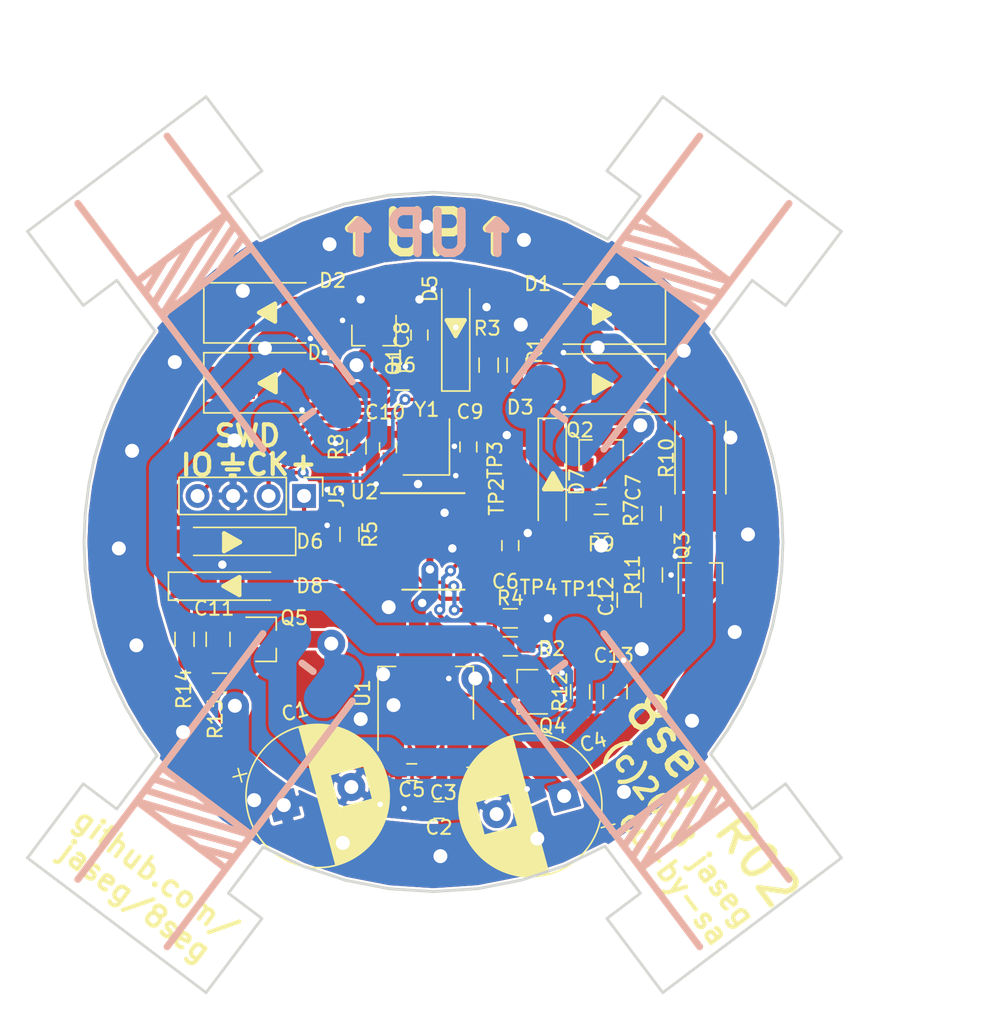
<source format=kicad_pcb>
(kicad_pcb (version 20171130) (host pcbnew "(5.0.1)")
  (layers (0 F.Cu signal) (31 B.Cu signal) (34 B.Paste user) (35 F.Paste user) (36 B.SilkS user) (37 F.SilkS user) (38 B.Mask user) (39 F.Mask user) (44 Edge.Cuts user))
  (net 0 "")
  (net 1 +12V)
  (net 2 GND)
  (net 3 +3V3)
  (net 4 "Net-(C7-Pad2)")
  (net 5 "Net-(C8-Pad1)")
  (net 6 "Net-(C9-Pad1)")
  (net 7 "Net-(C10-Pad1)")
  (net 8 "Net-(C11-Pad2)")
  (net 9 "Net-(C12-Pad1)")
  (net 10 "Net-(C13-Pad1)")
  (net 11 "Net-(D1-Pad2)")
  (net 12 "Net-(D2-Pad2)")
  (net 13 /Vmeas_A)
  (net 14 /Vmeas_B)
  (net 15 "Net-(D7-Pad1)")
  (net 16 /CH2)
  (net 17 /CH3)
  (net 18 "Net-(D8-Pad1)")
  (net 19 /Q2)
  (net 20 /Q0)
  (net 21 /Q3)
  (net 22 /Q1)
  (net 23 /SWCLK)
  (net 24 /SWDIO)
  (net 25 "Net-(R5-Pad1)")
  (net 26 /CH0)
  (net 27 "Net-(R8-Pad1)")
  (net 28 /LOAD)
  (net 29 /CH1)
  (net 30 "Net-(TP1-Pad1)")
  (net 31 "Net-(TP2-Pad1)")
  (net 32 "Net-(TP3-Pad1)")
  (net 33 "Net-(TP4-Pad1)")
  (net 34 "Net-(Q3-Pad3)")
  (module TO_SOT_Packages_SMD:SOT-23 (layer F.Cu) (at 119.1 102.3 90)
    (fp_text reference Q3 (at 2 -1.31 90) (layer F.SilkS))
    (fp_text value AO3400)
    (pad 1 smd rect (at -1 -0.95 90) (size 0.9 0.8) (layers F.Cu F.Paste F.Mask) (net 9 "Net-(C12-Pad1)"))
    (pad 2 smd rect (at -1 0.95 90) (size 0.9 0.8) (layers F.Cu F.Paste F.Mask) (net 2 GND))
    (pad 3 smd rect (at 1 0 90) (size 0.9 0.8) (layers F.Cu F.Paste F.Mask) (net 34 "Net-(Q3-Pad3)"))
  )
  (module Capacitors_SMD:C_0603_HandSoldering (layer F.Cu) (at 100.4 119.2 180)
    (fp_text reference C2 (at 0 -1.25 180) (layer F.SilkS))
    (fp_text value 10u)
    (pad 1 smd rect (at -0.95 0 180) (size 1.2 0.75) (layers F.Cu F.Paste F.Mask) (net 1 +12V))
    (pad 2 smd rect (at 0.95 0 180) (size 1.2 0.75) (layers F.Cu F.Paste F.Mask) (net 2 GND))
  )
  (module Capacitors_SMD:C_0603_HandSoldering (layer F.Cu) (at 102.75 116.75)
    (fp_text reference C3 (at -2.04 1.21) (layer F.SilkS))
    (fp_text value 100n)
    (pad 1 smd rect (at -0.95 0) (size 1.2 0.75) (layers F.Cu F.Paste F.Mask) (net 1 +12V))
    (pad 2 smd rect (at 0.95 0) (size 1.2 0.75) (layers F.Cu F.Paste F.Mask) (net 2 GND))
  )
  (module Capacitors_SMD:C_0603_HandSoldering (layer F.Cu) (at 98.45 116.5 180)
    (fp_text reference C5 (at 0 -1.25 180) (layer F.SilkS))
    (fp_text value 10u)
    (pad 2 smd rect (at 0.95 0 180) (size 1.2 0.75) (layers F.Cu F.Paste F.Mask) (net 2 GND))
    (pad 1 smd rect (at -0.95 0 180) (size 1.2 0.75) (layers F.Cu F.Paste F.Mask) (net 3 +3V3))
  )
  (module Capacitors_SMD:C_0603_HandSoldering (layer F.Cu) (at 105.5 100.3 270)
    (fp_text reference C6 (at 2.56 0.35) (layer F.SilkS))
    (fp_text value 100n)
    (pad 2 smd rect (at 0.95 0 270) (size 1.2 0.75) (layers F.Cu F.Paste F.Mask) (net 2 GND))
    (pad 1 smd rect (at -0.95 0 270) (size 1.2 0.75) (layers F.Cu F.Paste F.Mask) (net 3 +3V3))
  )
  (module Capacitors_SMD:C_0603_HandSoldering (layer F.Cu) (at 112 96.75 180)
    (fp_text reference C7 (at -2.3 0.6 270) (layer F.SilkS))
    (fp_text value 0)
    (pad 2 smd rect (at 0.95 0 180) (size 1.2 0.75) (layers F.Cu F.Paste F.Mask) (net 4 "Net-(C7-Pad2)"))
    (pad 1 smd rect (at -0.95 0 180) (size 1.2 0.75) (layers F.Cu F.Paste F.Mask) (net 1 +12V))
  )
  (module Capacitors_SMD:C_0603_HandSoldering (layer F.Cu) (at 99 85.25 90)
    (fp_text reference C8 (at 0 -1.25 90) (layer F.SilkS))
    (fp_text value 0)
    (pad 1 smd rect (at -0.95 0 90) (size 1.2 0.75) (layers F.Cu F.Paste F.Mask) (net 5 "Net-(C8-Pad1)"))
    (pad 2 smd rect (at 0.95 0 90) (size 1.2 0.75) (layers F.Cu F.Paste F.Mask) (net 2 GND))
  )
  (module Capacitors_SMD:C_0603_HandSoldering (layer F.Cu) (at 102.5 93.25 90)
    (fp_text reference C9 (at 2.52 0.12 180) (layer F.SilkS))
    (fp_text value 12p)
    (pad 2 smd rect (at 0.95 0 90) (size 1.2 0.75) (layers F.Cu F.Paste F.Mask) (net 2 GND))
    (pad 1 smd rect (at -0.95 0 90) (size 1.2 0.75) (layers F.Cu F.Paste F.Mask) (net 6 "Net-(C9-Pad1)"))
  )
  (module Capacitors_SMD:C_0603_HandSoldering (layer F.Cu) (at 96.75 93.3 90)
    (fp_text reference C10 (at 2.54 -0.2) (layer F.SilkS))
    (fp_text value 12p)
    (pad 1 smd rect (at -0.95 0 90) (size 1.2 0.75) (layers F.Cu F.Paste F.Mask) (net 7 "Net-(C10-Pad1)"))
    (pad 2 smd rect (at 0.95 0 90) (size 1.2 0.75) (layers F.Cu F.Paste F.Mask) (net 2 GND))
  )
  (module Capacitors_SMD:C_0805 (layer F.Cu) (at 84.6 107 90)
    (fp_text reference C11 (at 2.21 -0.28 180) (layer F.SilkS))
    (fp_text value 0)
    (pad 1 smd rect (at -1 0 90) (size 1 1.25) (layers F.Cu F.Paste F.Mask) (net 1 +12V))
    (pad 2 smd rect (at 1 0 90) (size 1 1.25) (layers F.Cu F.Paste F.Mask) (net 8 "Net-(C11-Pad2)"))
  )
  (module Capacitors_SMD:C_0805 (layer F.Cu) (at 114 104.2 270)
    (fp_text reference C12 (at -0.27 1.65 270) (layer F.SilkS))
    (fp_text value 0)
    (pad 1 smd rect (at -1 0 270) (size 1 1.25) (layers F.Cu F.Paste F.Mask) (net 9 "Net-(C12-Pad1)"))
    (pad 2 smd rect (at 1 0 270) (size 1 1.25) (layers F.Cu F.Paste F.Mask) (net 2 GND))
  )
  (module Capacitors_SMD:C_0805 (layer F.Cu) (at 113 110.75 90)
    (fp_text reference C13 (at 2.6 -0.1 180) (layer F.SilkS))
    (fp_text value 0)
    (pad 2 smd rect (at 1 0 90) (size 1 1.25) (layers F.Cu F.Paste F.Mask) (net 2 GND))
    (pad 1 smd rect (at -1 0 90) (size 1 1.25) (layers F.Cu F.Paste F.Mask) (net 10 "Net-(C13-Pad1)"))
  )
  (module Diodes_SMD:D_SMB_Handsoldering (layer F.Cu) (at 112 83.75 180)
    (fp_text reference D1 (at 4.54 2.17 180) (layer F.SilkS))
    (fp_text value SS510)
    (pad 1 smd rect (at -2.7 0 180) (size 3.5 2.3) (layers F.Cu F.Paste F.Mask) (net 1 +12V))
    (pad 2 smd rect (at 2.7 0 180) (size 3.5 2.3) (layers F.Cu F.Paste F.Mask) (net 11 "Net-(D1-Pad2)"))
  )
  (module Diodes_SMD:D_SMB_Handsoldering (layer F.Cu) (at 88.178544 83.66248)
    (fp_text reference D2 (at 4.611456 -2.31248) (layer F.SilkS))
    (fp_text value SS510)
    (pad 1 smd rect (at -2.7 0) (size 3.5 2.3) (layers F.Cu F.Paste F.Mask) (net 1 +12V))
    (pad 2 smd rect (at 2.7 0) (size 3.5 2.3) (layers F.Cu F.Paste F.Mask) (net 12 "Net-(D2-Pad2)"))
  )
  (module Diodes_SMD:D_SMB_Handsoldering (layer F.Cu) (at 112 88.75 180)
    (fp_text reference D3 (at 5.79 -1.66 180) (layer F.SilkS))
    (fp_text value SS510)
    (pad 2 smd rect (at 2.7 0 180) (size 3.5 2.3) (layers F.Cu F.Paste F.Mask) (net 2 GND))
    (pad 1 smd rect (at -2.7 0 180) (size 3.5 2.3) (layers F.Cu F.Paste F.Mask) (net 11 "Net-(D1-Pad2)"))
  )
  (module Diodes_SMD:D_SMB_Handsoldering (layer F.Cu) (at 88.178544 88.66248)
    (fp_text reference D4 (at 3.771456 -2.16248) (layer F.SilkS))
    (fp_text value SS510)
    (pad 2 smd rect (at 2.7 0) (size 3.5 2.3) (layers F.Cu F.Paste F.Mask) (net 2 GND))
    (pad 1 smd rect (at -2.7 0) (size 3.5 2.3) (layers F.Cu F.Paste F.Mask) (net 12 "Net-(D2-Pad2)"))
  )
  (module footprints:led_tape_3528_2835 (layer B.Cu) (at 109 91 323)
    (fp_text reference J1 hide)
    (fp_text value "top left" hide)
    (pad 2 smd oval (at 2.25 0 323) (size 2.8 5) (layers B.Cu B.Paste B.Mask) (net 11 "Net-(D1-Pad2)"))
    (pad 1 smd oval (at -2.25 0 323) (size 2.8 5) (layers B.Cu B.Paste B.Mask) (net 19 /Q2))
  )
  (module footprints:led_tape_3528_2835 (layer B.Cu) (at 91 91 37)
    (fp_text reference J2 hide)
    (fp_text value "top right" hide)
    (pad 1 smd oval (at -2.25 0 37) (size 2.8 5) (layers B.Cu B.Paste B.Mask) (net 20 /Q0))
    (pad 2 smd oval (at 2.25 0 37) (size 2.8 5) (layers B.Cu B.Paste B.Mask) (net 12 "Net-(D2-Pad2)"))
  )
  (module footprints:led_tape_3528_2835 (layer B.Cu) (at 91 109 143)
    (fp_text reference J3 hide)
    (fp_text value "bottom right" hide)
    (pad 2 smd oval (at 2.25 0 143) (size 2.8 5) (layers B.Cu B.Paste B.Mask) (net 11 "Net-(D1-Pad2)"))
    (pad 1 smd oval (at -2.25 0 143) (size 2.8 5) (layers B.Cu B.Paste B.Mask) (net 21 /Q3))
  )
  (module footprints:led_tape_3528_2835 (layer B.Cu) (at 109 109 217)
    (fp_text reference J4 hide)
    (fp_text value "bottom left" hide)
    (pad 2 smd oval (at 2.25 0 217) (size 2.8 5) (layers B.Cu B.Paste B.Mask) (net 12 "Net-(D2-Pad2)"))
    (pad 1 smd oval (at -2.25 0 217) (size 2.8 5) (layers B.Cu B.Paste B.Mask) (net 22 /Q1))
  )
  (module Pin_Headers:Pin_Header_Straight_1x04_Pitch2.54mm (layer F.Cu) (at 90.75 96.75 270)
    (fp_text reference J5 (at 0 -2.33 270) (layer F.SilkS))
    (fp_text value SWD)
    (pad 1 thru_hole rect (at 0 0 270) (size 1.7 1.7) (drill 1) (layers *.Cu *.Mask) (net 3 +3V3))
    (pad 2 thru_hole oval (at 0 2.54 270) (size 1.7 1.7) (drill 1) (layers *.Cu *.Mask) (net 23 /SWCLK))
    (pad 3 thru_hole oval (at 0 5.079999 270) (size 1.7 1.7) (drill 1) (layers *.Cu *.Mask) (net 2 GND))
    (pad 4 thru_hole oval (at 0 7.62 270) (size 1.7 1.7) (drill 1) (layers *.Cu *.Mask) (net 24 /SWDIO))
  )
  (module Resistors_SMD:R_0603_HandSoldering (layer F.Cu) (at 105.95 87.4 270)
    (fp_text reference R1 (at -1.04 -1.32 270) (layer F.SilkS))
    (fp_text value 10k)
    (pad 2 smd rect (at 1.1 0 270) (size 1.2 0.9) (layers F.Cu F.Paste F.Mask) (net 13 /Vmeas_A))
    (pad 1 smd rect (at -1.1 0 270) (size 1.2 0.9) (layers F.Cu F.Paste F.Mask) (net 11 "Net-(D1-Pad2)"))
  )
  (module Resistors_SMD:R_0603_HandSoldering (layer F.Cu) (at 105.5 107.5 180)
    (fp_text reference R2 (at -2.97 -0.17 180) (layer F.SilkS))
    (fp_text value 10k)
    (pad 1 smd rect (at -1.1 0 180) (size 1.2 0.9) (layers F.Cu F.Paste F.Mask) (net 12 "Net-(D2-Pad2)"))
    (pad 2 smd rect (at 1.1 0 180) (size 1.2 0.9) (layers F.Cu F.Paste F.Mask) (net 14 /Vmeas_B))
  )
  (module Resistors_SMD:R_0603_HandSoldering (layer F.Cu) (at 103.95 87.4 90)
    (fp_text reference R3 (at 2.63 -0.1 180) (layer F.SilkS))
    (fp_text value 3k3)
    (pad 1 smd rect (at -1.1 0 90) (size 1.2 0.9) (layers F.Cu F.Paste F.Mask) (net 13 /Vmeas_A))
    (pad 2 smd rect (at 1.1 0 90) (size 1.2 0.9) (layers F.Cu F.Paste F.Mask) (net 2 GND))
  )
  (module Resistors_SMD:R_0603_HandSoldering (layer F.Cu) (at 105.5 105.5)
    (fp_text reference R4 (at 0 -1.45) (layer F.SilkS))
    (fp_text value 3k3)
    (pad 2 smd rect (at 1.1 0) (size 1.2 0.9) (layers F.Cu F.Paste F.Mask) (net 2 GND))
    (pad 1 smd rect (at -1.1 0) (size 1.2 0.9) (layers F.Cu F.Paste F.Mask) (net 14 /Vmeas_B))
  )
  (module Resistors_SMD:R_0603_HandSoldering (layer F.Cu) (at 94 99.5 270)
    (fp_text reference R5 (at 0 -1.45 270) (layer F.SilkS))
    (fp_text value 0)
    (pad 1 smd rect (at -1.1 0 270) (size 1.2 0.9) (layers F.Cu F.Paste F.Mask) (net 25 "Net-(R5-Pad1)"))
    (pad 2 smd rect (at 1.1 0 270) (size 1.2 0.9) (layers F.Cu F.Paste F.Mask) (net 3 +3V3))
  )
  (module Resistors_SMD:R_0603_HandSoldering (layer F.Cu) (at 97.75 88.5)
    (fp_text reference R6 (at 0.05 -1.11) (layer F.SilkS))
    (fp_text value 0)
    (pad 1 smd rect (at -1.1 0) (size 1.2 0.9) (layers F.Cu F.Paste F.Mask) (net 5 "Net-(C8-Pad1)"))
    (pad 2 smd rect (at 1.1 0) (size 1.2 0.9) (layers F.Cu F.Paste F.Mask) (net 26 /CH0))
  )
  (module Resistors_SMD:R_0603_HandSoldering (layer F.Cu) (at 115.6 98 90)
    (fp_text reference R7 (at 0 -1.45 90) (layer F.SilkS))
    (fp_text value 10k)
    (pad 2 smd rect (at 1.1 0 90) (size 1.2 0.9) (layers F.Cu F.Paste F.Mask) (net 1 +12V))
    (pad 1 smd rect (at -1.1 0 90) (size 1.2 0.9) (layers F.Cu F.Paste F.Mask) (net 4 "Net-(C7-Pad2)"))
  )
  (module Resistors_SMD:R_0603_HandSoldering (layer F.Cu) (at 94.5 93.25 90)
    (fp_text reference R8 (at 0 -1.45 90) (layer F.SilkS))
    (fp_text value 0)
    (pad 2 smd rect (at 1.1 0 90) (size 1.2 0.9) (layers F.Cu F.Paste F.Mask) (net 2 GND))
    (pad 1 smd rect (at -1.1 0 90) (size 1.2 0.9) (layers F.Cu F.Paste F.Mask) (net 27 "Net-(R8-Pad1)"))
  )
  (module Resistors_SMD:R_0603_HandSoldering (layer F.Cu) (at 112 98.75 180)
    (fp_text reference R9 (at 0 -1.45 180) (layer F.SilkS))
    (fp_text value 0)
    (pad 1 smd rect (at -1.1 0 180) (size 1.2 0.9) (layers F.Cu F.Paste F.Mask) (net 4 "Net-(C7-Pad2)"))
    (pad 2 smd rect (at 1.1 0 180) (size 1.2 0.9) (layers F.Cu F.Paste F.Mask) (net 15 "Net-(D7-Pad1)"))
  )
  (module Resistors_SMD:R_0603_HandSoldering (layer F.Cu) (at 115.7 102.4 90)
    (fp_text reference R11 (at 0 -1.45 90) (layer F.SilkS))
    (fp_text value 0)
    (pad 2 smd rect (at 1.1 0 90) (size 1.2 0.9) (layers F.Cu F.Paste F.Mask) (net 28 /LOAD))
    (pad 1 smd rect (at -1.1 0 90) (size 1.2 0.9) (layers F.Cu F.Paste F.Mask) (net 9 "Net-(C12-Pad1)"))
  )
  (module Resistors_SMD:R_0603_HandSoldering (layer F.Cu) (at 110.5 110.75 90)
    (fp_text reference R12 (at 0 -1.45 90) (layer F.SilkS))
    (fp_text value 0)
    (pad 2 smd rect (at 1.1 0 90) (size 1.2 0.9) (layers F.Cu F.Paste F.Mask) (net 29 /CH1))
    (pad 1 smd rect (at -1.1 0 90) (size 1.2 0.9) (layers F.Cu F.Paste F.Mask) (net 10 "Net-(C13-Pad1)"))
  )
  (module Resistors_SMD:R_0603_HandSoldering (layer F.Cu) (at 84.7 110.1)
    (fp_text reference R13 (at -0.3 2.6 90) (layer F.SilkS))
    (fp_text value 10k)
    (pad 1 smd rect (at -1.1 0) (size 1.2 0.9) (layers F.Cu F.Paste F.Mask) (net 8 "Net-(C11-Pad2)"))
    (pad 2 smd rect (at 1.1 0) (size 1.2 0.9) (layers F.Cu F.Paste F.Mask) (net 1 +12V))
  )
  (module Resistors_SMD:R_0603_HandSoldering (layer F.Cu) (at 82.2 107 90)
    (fp_text reference R14 (at -3.55 -0.05 270) (layer F.SilkS))
    (fp_text value 0)
    (pad 2 smd rect (at 1.1 0 90) (size 1.2 0.9) (layers F.Cu F.Paste F.Mask) (net 18 "Net-(D8-Pad1)"))
    (pad 1 smd rect (at -1.1 0 90) (size 1.2 0.9) (layers F.Cu F.Paste F.Mask) (net 8 "Net-(C11-Pad2)"))
  )
  (module Measurement_Points:Measurement_Point_Square-SMD-Pad_Small (layer F.Cu) (at 110.1 101.6)
    (fp_text reference TP1 (at 0.38 1.8) (layer F.SilkS))
    (fp_text value TestPoint)
    (pad 1 smd rect (at 0 0) (size 1.5 1.5) (layers F.Cu F.Mask) (net 30 "Net-(TP1-Pad1)"))
  )
  (module Measurement_Points:Measurement_Point_Square-SMD-Pad_Small (layer F.Cu) (at 105.9 96.7)
    (fp_text reference TP2 (at -1.39 0.1 90) (layer F.SilkS))
    (fp_text value TestPoint)
    (pad 1 smd rect (at 0 0) (size 1.5 1.5) (layers F.Cu F.Mask) (net 31 "Net-(TP2-Pad1)"))
  )
  (module Measurement_Points:Measurement_Point_Square-SMD-Pad_Small (layer F.Cu) (at 105.9 94.2)
    (fp_text reference TP3 (at -1.5 -0.02 90) (layer F.SilkS))
    (fp_text value TestPoint)
    (pad 1 smd rect (at 0 0) (size 1.5 1.5) (layers F.Cu F.Mask) (net 32 "Net-(TP3-Pad1)"))
  )
  (module Measurement_Points:Measurement_Point_Square-SMD-Pad_Small (layer F.Cu) (at 107.4 101.6)
    (fp_text reference TP4 (at 0.13 1.68) (layer F.SilkS))
    (fp_text value TestPoint)
    (pad 1 smd rect (at 0 0) (size 1.5 1.5) (layers F.Cu F.Mask) (net 33 "Net-(TP4-Pad1)"))
  )
  (module Crystals:Crystal_SMD_3225-4pin_3.2x2.5mm (layer F.Cu) (at 99.5 93.25 90)
    (fp_text reference Y1 (at 2.68 0.03 180) (layer F.SilkS))
    (fp_text value 8MHz)
    (pad 1 smd rect (at -1.1 0.85 90) (size 1.4 1.2) (layers F.Cu F.Paste F.Mask) (net 6 "Net-(C9-Pad1)"))
    (pad 2 smd rect (at 1.1 0.85 90) (size 1.4 1.2) (layers F.Cu F.Paste F.Mask) (net 2 GND))
    (pad 3 smd rect (at 1.1 -0.85 90) (size 1.4 1.2) (layers F.Cu F.Paste F.Mask) (net 7 "Net-(C10-Pad1)"))
    (pad 4 smd rect (at -1.1 -0.85 90) (size 1.4 1.2) (layers F.Cu F.Paste F.Mask) (net 2 GND))
  )
  (module TO_SOT_Packages_SMD:SOT-23 (layer F.Cu) (at 95.75 85.25 270)
    (fp_text reference Q1 (at 1.9 -1.41 270) (layer F.SilkS))
    (fp_text value AO3400)
    (pad 1 smd rect (at -1 -0.95 270) (size 0.9 0.8) (layers F.Cu F.Paste F.Mask) (net 5 "Net-(C8-Pad1)"))
    (pad 2 smd rect (at -1 0.95 270) (size 0.9 0.8) (layers F.Cu F.Paste F.Mask) (net 2 GND))
    (pad 3 smd rect (at 1 0 270) (size 0.9 0.8) (layers F.Cu F.Paste F.Mask) (net 20 /Q0))
  )
  (module TO_SOT_Packages_SMD:SOT-23 (layer F.Cu) (at 112 93.5 90)
    (fp_text reference Q2 (at 1.46 -1.52 180) (layer F.SilkS))
    (fp_text value AO3401)
    (pad 3 smd rect (at 1 0 90) (size 0.9 0.8) (layers F.Cu F.Paste F.Mask) (net 19 /Q2))
    (pad 2 smd rect (at -1 0.95 90) (size 0.9 0.8) (layers F.Cu F.Paste F.Mask) (net 1 +12V))
    (pad 1 smd rect (at -1 -0.95 90) (size 0.9 0.8) (layers F.Cu F.Paste F.Mask) (net 4 "Net-(C7-Pad2)"))
  )
  (module TO_SOT_Packages_SMD:SOT-23 (layer F.Cu) (at 106.75 110.75 180)
    (fp_text reference Q4 (at -1.78 -2.44 180) (layer F.SilkS))
    (fp_text value AO3400)
    (pad 3 smd rect (at 1 0 180) (size 0.9 0.8) (layers F.Cu F.Paste F.Mask) (net 22 /Q1))
    (pad 2 smd rect (at -1 0.95 180) (size 0.9 0.8) (layers F.Cu F.Paste F.Mask) (net 2 GND))
    (pad 1 smd rect (at -1 -0.95 180) (size 0.9 0.8) (layers F.Cu F.Paste F.Mask) (net 10 "Net-(C13-Pad1)"))
  )
  (module TO_SOT_Packages_SMD:SOT-23 (layer F.Cu) (at 88 107)
    (fp_text reference Q5 (at 2.04 -1.54) (layer F.SilkS))
    (fp_text value AO3401)
    (pad 1 smd rect (at -1 -0.95) (size 0.9 0.8) (layers F.Cu F.Paste F.Mask) (net 8 "Net-(C11-Pad2)"))
    (pad 2 smd rect (at -1 0.95) (size 0.9 0.8) (layers F.Cu F.Paste F.Mask) (net 1 +12V))
    (pad 3 smd rect (at 1 0) (size 0.9 0.8) (layers F.Cu F.Paste F.Mask) (net 21 /Q3))
  )
  (module TO_SOT_Packages_SMD:SOT-223-3Lead_TabPin2 (layer F.Cu) (at 99.45 110.85 90)
    (fp_text reference U1 (at 0 -4.5 90) (layer F.SilkS))
    (fp_text value AP1117-33)
    (pad 2 smd rect (at 3.15 0 90) (size 2 3.8) (layers F.Cu F.Paste F.Mask) (net 3 +3V3))
    (pad 2 smd rect (at -3.15 0 90) (size 2 1.5) (layers F.Cu F.Paste F.Mask) (net 3 +3V3))
    (pad 3 smd rect (at -3.15 2.3 90) (size 2 1.5) (layers F.Cu F.Paste F.Mask) (net 1 +12V))
    (pad 1 smd rect (at -3.15 -2.3 90) (size 2 1.5) (layers F.Cu F.Paste F.Mask) (net 2 GND))
  )
  (module Housings_SSOP:TSSOP-20_4.4x6.5mm_Pitch0.65mm (layer F.Cu) (at 100 100)
    (fp_text reference U2 (at -4.93 -3.53 180) (layer F.SilkS))
    (fp_text value STM32F030F4P6)
    (pad 1 smd rect (at -2.95 -2.925) (size 1.45 0.45) (layers F.Cu F.Paste F.Mask) (net 27 "Net-(R8-Pad1)"))
    (pad 2 smd rect (at -2.95 -2.275) (size 1.45 0.45) (layers F.Cu F.Paste F.Mask) (net 7 "Net-(C10-Pad1)"))
    (pad 3 smd rect (at -2.95 -1.625) (size 1.45 0.45) (layers F.Cu F.Paste F.Mask) (net 6 "Net-(C9-Pad1)"))
    (pad 4 smd rect (at -2.95 -0.975) (size 1.45 0.45) (layers F.Cu F.Paste F.Mask) (net 25 "Net-(R5-Pad1)"))
    (pad 5 smd rect (at -2.95 -0.325) (size 1.45 0.45) (layers F.Cu F.Paste F.Mask) (net 3 +3V3))
    (pad 6 smd rect (at -2.95 0.325) (size 1.45 0.45) (layers F.Cu F.Paste F.Mask) (net 13 /Vmeas_A))
    (pad 7 smd rect (at -2.95 0.975) (size 1.45 0.45) (layers F.Cu F.Paste F.Mask) (net 14 /Vmeas_B))
    (pad 8 smd rect (at -2.95 1.625) (size 1.45 0.45) (layers F.Cu F.Paste F.Mask) (net 28 /LOAD))
    (pad 9 smd rect (at -2.95 2.275) (size 1.45 0.45) (layers F.Cu F.Paste F.Mask) (net 26 /CH0))
    (pad 10 smd rect (at -2.95 2.925) (size 1.45 0.45) (layers F.Cu F.Paste F.Mask) (net 17 /CH3))
    (pad 11 smd rect (at 2.95 2.925) (size 1.45 0.45) (layers F.Cu F.Paste F.Mask) (net 30 "Net-(TP1-Pad1)"))
    (pad 12 smd rect (at 2.95 2.275) (size 1.45 0.45) (layers F.Cu F.Paste F.Mask) (net 16 /CH2))
    (pad 13 smd rect (at 2.95 1.625) (size 1.45 0.45) (layers F.Cu F.Paste F.Mask) (net 29 /CH1))
    (pad 14 smd rect (at 2.95 0.975) (size 1.45 0.45) (layers F.Cu F.Paste F.Mask) (net 33 "Net-(TP4-Pad1)"))
    (pad 15 smd rect (at 2.95 0.325) (size 1.45 0.45) (layers F.Cu F.Paste F.Mask) (net 2 GND))
    (pad 16 smd rect (at 2.95 -0.325) (size 1.45 0.45) (layers F.Cu F.Paste F.Mask) (net 3 +3V3))
    (pad 17 smd rect (at 2.95 -0.975) (size 1.45 0.45) (layers F.Cu F.Paste F.Mask) (net 31 "Net-(TP2-Pad1)"))
    (pad 18 smd rect (at 2.95 -1.625) (size 1.45 0.45) (layers F.Cu F.Paste F.Mask) (net 32 "Net-(TP3-Pad1)"))
    (pad 19 smd rect (at 2.95 -2.275) (size 1.45 0.45) (layers F.Cu F.Paste F.Mask) (net 24 /SWDIO))
    (pad 20 smd rect (at 2.95 -2.925) (size 1.45 0.45) (layers F.Cu F.Paste F.Mask) (net 23 /SWCLK))
  )
  (module Diodes_SMD:D_MiniMELF_Handsoldering (layer F.Cu) (at 101.6 84.7 90)
    (fp_text reference D5 (at 2.77 -1.84 90) (layer F.SilkS))
    (fp_text value D_Schottky)
    (pad 1 smd rect (at -2.75 0 90) (size 3.3 1.7) (layers F.Cu F.Paste F.Mask) (net 13 /Vmeas_A))
    (pad 2 smd rect (at 2.75 0 90) (size 3.3 1.7) (layers F.Cu F.Paste F.Mask) (net 2 GND))
  )
  (module Diodes_SMD:D_MiniMELF_Handsoldering (layer F.Cu) (at 85.6 100 180)
    (fp_text reference D6 (at -5.56 0 180) (layer F.SilkS))
    (fp_text value D_Schottky)
    (pad 2 smd rect (at 2.75 0 180) (size 3.3 1.7) (layers F.Cu F.Paste F.Mask) (net 2 GND))
    (pad 1 smd rect (at -2.75 0 180) (size 3.3 1.7) (layers F.Cu F.Paste F.Mask) (net 14 /Vmeas_B))
  )
  (module Diodes_SMD:D_MiniMELF_Handsoldering (layer F.Cu) (at 108.5 95.75 270)
    (fp_text reference D7 (at 0 -1.75 270) (layer F.SilkS))
    (fp_text value 8V2)
    (pad 1 smd rect (at -2.75 0 270) (size 3.3 1.7) (layers F.Cu F.Paste F.Mask) (net 15 "Net-(D7-Pad1)"))
    (pad 2 smd rect (at 2.75 0 270) (size 3.3 1.7) (layers F.Cu F.Paste F.Mask) (net 16 /CH2))
  )
  (module Diodes_SMD:D_MiniMELF_Handsoldering (layer F.Cu) (at 85.6 103.2)
    (fp_text reference D8 (at 5.56 -0.02) (layer F.SilkS))
    (fp_text value 8V2)
    (pad 2 smd rect (at 2.75 0) (size 3.3 1.7) (layers F.Cu F.Paste F.Mask) (net 17 /CH3))
    (pad 1 smd rect (at -2.75 0) (size 3.3 1.7) (layers F.Cu F.Paste F.Mask) (net 18 "Net-(D8-Pad1)"))
  )
  (module Resistors_SMD:R_2512_HandSoldering (layer F.Cu) (at 119.1 94 270)
    (fp_text reference R10 (at 0.04 2.43 270) (layer F.SilkS))
    (fp_text value 620)
    (pad 1 smd rect (at -3.95 0 270) (size 2.7 3.2) (layers F.Cu F.Paste F.Mask) (net 1 +12V))
    (pad 2 smd rect (at 3.95 0 270) (size 2.7 3.2) (layers F.Cu F.Paste F.Mask) (net 34 "Net-(Q3-Pad3)"))
  )
  (module Capacitor_THT:CP_Radial_D10.0mm_P5.00mm (layer F.Cu) (at 89.3 118.85 15)
    (fp_text reference C1 (at 2.5 -6.25 15) (layer F.SilkS))
    (fp_text value 1000uF)
    (pad 1 thru_hole rect (at 0 0 15) (size 2 2) (drill 1) (layers *.Cu *.Mask) (net 1 +12V))
    (pad 2 thru_hole circle (at 5 0 15) (size 2 2) (drill 1) (layers *.Cu *.Mask) (net 2 GND))
  )
  (module Capacitor_THT:CP_Radial_D10.0mm_P5.00mm (layer F.Cu) (at 109.35 118.2 195)
    (fp_text reference C4 (at -3.002991 3.170812 195) (layer F.SilkS))
    (fp_text value 470uF)
    (pad 2 thru_hole circle (at 5 0 195) (size 2 2) (drill 1) (layers *.Cu *.Mask) (net 2 GND))
    (pad 1 thru_hole rect (at 0 0 195) (size 2 2) (drill 1) (layers *.Cu *.Mask) (net 3 +3V3))
  )
  (gr_text ▶ (at 101.7 84.75 270) (layer F.SilkS) (effects (font (size 1.5 1.5) (thickness 0.3))))
  (gr_text ▶ (at 85.55 103.3 180) (layer F.SilkS) (effects (font (size 1.5 1.5) (thickness 0.3))))
  (gr_text ▶ (at 85.6 99.95) (layer F.SilkS) (effects (font (size 1.5 1.5) (thickness 0.3))))
  (gr_text ▶ (at 108.45 95.7 90) (layer F.SilkS) (effects (font (size 1.5 1.5) (thickness 0.3))))
  (gr_text ▶ (at 112.05 88.65) (layer F.SilkS) (effects (font (size 1.5 1.5) (thickness 0.3))))
  (gr_text ▶ (at 112.05 83.65) (layer F.SilkS) (effects (font (size 1.5 1.5) (thickness 0.3))))
  (gr_text ▶ (at 88.15 88.8 180) (layer F.SilkS) (effects (font (size 1.5 1.5) (thickness 0.3))))
  (gr_text ▶ (at 88.1 83.75 180) (layer F.SilkS) (effects (font (size 1.5 1.5) (thickness 0.3))))
  (gr_text SWD (at 86.7 92.45) (layer F.SilkS) (effects (font (size 1.5 1.5) (thickness 0.3))))
  (gr_text ⏚ (at 85.65 94.6) (layer F.SilkS) (effects (font (size 1.5 1.5) (thickness 0.3))))
  (gr_text + (at 90.7 94.4) (layer F.SilkS) (effects (font (size 1.5 1.5) (thickness 0.3))))
  (gr_text CK (at 88.15 94.5) (layer F.SilkS) (effects (font (size 1.5 1.5) (thickness 0.3))))
  (gr_text IO (at 83.1 94.55) (layer F.SilkS) (effects (font (size 1.5 1.5) (thickness 0.3))))
  (gr_text "github.com/\njaseg/8seg" (at 79.4 124.75 323) (layer F.SilkS) (effects (font (size 1.5 1.5) (thickness 0.3))))
  (gr_text cc-by-sa (at 117.2 124.05 307) (layer F.SilkS) (effects (font (size 1.5 1.5) (thickness 0.3))))
  (gr_text "(c)2018 jaseg" (at 117.65 120.85 307) (layer F.SilkS) (effects (font (size 1.5 1.5) (thickness 0.3))))
  (gr_text "8seg R02" (at 119.95 118.5 307) (layer F.SilkS) (effects (font (size 2.5 2.5) (thickness 0.4))))
  (gr_text ↑UP↑ (at 99.65 78.02) (layer B.SilkS) (effects (font (size 3 3) (thickness 0.6)) (justify mirror)))
  (gr_text ↑UP↑ (at 99.47 77.97) (layer F.SilkS) (effects (font (size 3 3) (thickness 0.6))))
  (gr_line (start 87.734397 126.954928) (end 85.338677 125.149868) (layer Edge.Cuts) (width 0.2))
  (gr_line (start 106.465884 75.89492) (end 103.270972 75.254001) (layer Edge.Cuts) (width 0.2))
  (gr_line (start 76.352368 108.104843) (end 77.093294 110.011692) (layer Edge.Cuts) (width 0.2))
  (gr_line (start 79.036744 113.623425) (end 80.232527 115.308608) (layer Edge.Cuts) (width 0.2))
  (gr_line (start 87.822757 121.852908) (end 90.697186 123.228025) (layer Edge.Cuts) (width 0.2))
  (gr_line (start 93.710813 124.223111) (end 96.826221 124.828395) (layer Edge.Cuts) (width 0.2))
  (gr_line (start 78.929922 86.638822) (end 77.911504 88.38735) (layer Edge.Cuts) (width 0.2))
  (gr_line (start 77.04041 90.206583) (end 76.319817 92.087114) (layer Edge.Cuts) (width 0.2))
  (gr_line (start 122.141986 88.456383) (end 121.136903 86.715469) (layer Edge.Cuts) (width 0.2))
  (gr_line (start 122.79221 119.131118) (end 119.83528 115.207318) (layer Edge.Cuts) (width 0.2))
  (gr_line (start 119.83528 115.207318) (end 121.01661 113.530637) (layer Edge.Cuts) (width 0.2))
  (gr_line (start 75.092805 98.002431) (end 75.005977 100.034088) (layer Edge.Cuts) (width 0.2))
  (gr_line (start 100.005997 75.034062) (end 96.768574 75.252799) (layer Edge.Cuts) (width 0.2))
  (gr_line (start 116.40448 68.209156) (end 112.4099 73.510124) (layer Edge.Cuts) (width 0.2))
  (gr_line (start 125.18793 117.326058) (end 122.79221 119.131118) (layer Edge.Cuts) (width 0.2))
  (gr_line (start 76.319817 92.087114) (end 75.752901 94.019537) (layer Edge.Cuts) (width 0.2))
  (gr_line (start 123.669763 108.046376) (end 124.246251 106.099016) (layer Edge.Cuts) (width 0.2))
  (gr_line (start 77.352087 119.131118) (end 74.956367 117.326058) (layer Edge.Cuts) (width 0.2))
  (gr_line (start 77.911504 88.38735) (end 77.04041 90.206583) (layer Edge.Cuts) (width 0.2))
  (gr_line (start 122.937137 109.940526) (end 123.669763 108.046376) (layer Edge.Cuts) (width 0.2))
  (gr_line (start 116.40448 132.255888) (end 129.18252 122.626508) (layer Edge.Cuts) (width 0.2))
  (gr_line (start 112.4099 73.510124) (end 114.80562 75.315182) (layer Edge.Cuts) (width 0.2))
  (gr_line (start 74.956367 83.138996) (end 77.352087 81.333936) (layer Edge.Cuts) (width 0.2))
  (gr_line (start 93.599788 75.88552) (end 90.539076 76.921661) (layer Edge.Cuts) (width 0.2))
  (gr_line (start 121.01661 113.530637) (end 122.051658 111.771826) (layer Edge.Cuts) (width 0.2))
  (gr_line (start 125.00603 100.034088) (end 124.921104 98.015835) (layer Edge.Cuts) (width 0.2))
  (gr_line (start 129.18252 122.626508) (end 125.18793 117.326058) (layer Edge.Cuts) (width 0.2))
  (gr_line (start 100.005997 125.034108) (end 103.21 124.82) (layer Edge.Cuts) (width 0.2))
  (gr_line (start 75.752901 94.019537) (end 75.342838 95.994445) (layer Edge.Cuts) (width 0.2))
  (gr_line (start 80.092487 84.970406) (end 78.929922 86.638822) (layer Edge.Cuts) (width 0.2))
  (gr_line (start 122.79221 81.333936) (end 125.18793 83.138996) (layer Edge.Cuts) (width 0.2))
  (gr_line (start 124.246251 106.099016) (end 124.663315 104.108088) (layer Edge.Cuts) (width 0.2))
  (gr_line (start 125.18793 83.138996) (end 129.18252 77.838546) (layer Edge.Cuts) (width 0.2))
  (gr_line (start 114.80562 75.315182) (end 112.48379 78.396126) (layer Edge.Cuts) (width 0.2))
  (gr_line (start 112.4099 126.954928) (end 116.40448 132.255888) (layer Edge.Cuts) (width 0.2))
  (gr_line (start 123.712166 92.136879) (end 123.001438 90.266596) (layer Edge.Cuts) (width 0.2))
  (gr_line (start 77.989209 111.854503) (end 79.036744 113.623425) (layer Edge.Cuts) (width 0.2))
  (gr_line (start 124.663315 104.108088) (end 124.91767 102.083232) (layer Edge.Cuts) (width 0.2))
  (gr_line (start 106.347479 124.200305) (end 109.380181 123.185159) (layer Edge.Cuts) (width 0.2))
  (gr_line (start 122.051658 111.771826) (end 122.937137 109.940526) (layer Edge.Cuts) (width 0.2))
  (gr_line (start 103.270972 75.254001) (end 100.005997 75.034062) (layer Edge.Cuts) (width 0.2))
  (gr_line (start 121.136903 86.715469) (end 119.98928 85.053086) (layer Edge.Cuts) (width 0.2))
  (gr_line (start 90.539076 76.921661) (end 87.625877 78.350656) (layer Edge.Cuts) (width 0.2))
  (gr_line (start 75.342838 95.994445) (end 75.092805 98.002431) (layer Edge.Cuts) (width 0.2))
  (gr_line (start 109.550301 76.945927) (end 106.465884 75.89492) (layer Edge.Cuts) (width 0.2))
  (gr_line (start 124.91767 102.083232) (end 125.00603 100.034088) (layer Edge.Cuts) (width 0.2))
  (gr_line (start 129.18252 77.838546) (end 116.40448 68.209156) (layer Edge.Cuts) (width 0.2))
  (gr_line (start 96.826221 124.828395) (end 100.005997 125.034108) (layer Edge.Cuts) (width 0.2))
  (gr_line (start 75.005977 100.034088) (end 75.093236 102.098579) (layer Edge.Cuts) (width 0.2))
  (gr_line (start 80.232527 115.308608) (end 77.352087 119.131118) (layer Edge.Cuts) (width 0.2))
  (gr_line (start 109.380181 123.185159) (end 112.26985 121.784698) (layer Edge.Cuts) (width 0.2))
  (gr_line (start 124.921104 98.015835) (end 124.67509 96.020729) (layer Edge.Cuts) (width 0.2))
  (gr_line (start 70.961777 122.626508) (end 83.739807 132.255888) (layer Edge.Cuts) (width 0.2))
  (gr_line (start 70.961777 77.838546) (end 74.956367 83.138996) (layer Edge.Cuts) (width 0.2))
  (gr_line (start 124.271081 94.058) (end 123.712166 92.136879) (layer Edge.Cuts) (width 0.2))
  (gr_line (start 96.768574 75.252799) (end 93.599788 75.88552) (layer Edge.Cuts) (width 0.2))
  (gr_line (start 77.352087 81.333936) (end 80.092487 84.970406) (layer Edge.Cuts) (width 0.2))
  (gr_line (start 124.67509 96.020729) (end 124.271081 94.058) (layer Edge.Cuts) (width 0.2))
  (gr_line (start 75.769803 106.143808) (end 76.352368 108.104843) (layer Edge.Cuts) (width 0.2))
  (gr_line (start 112.48379 78.396126) (end 109.550301 76.945927) (layer Edge.Cuts) (width 0.2))
  (gr_line (start 74.956367 117.326058) (end 70.961777 122.626508) (layer Edge.Cuts) (width 0.2))
  (gr_line (start 87.625877 78.350656) (end 85.338677 75.315182) (layer Edge.Cuts) (width 0.2))
  (gr_line (start 83.739807 132.255888) (end 87.734397 126.954928) (layer Edge.Cuts) (width 0.2))
  (gr_line (start 112.26985 121.784698) (end 114.80562 125.149868) (layer Edge.Cuts) (width 0.2))
  (gr_line (start 75.348968 104.138436) (end 75.769803 106.143808) (layer Edge.Cuts) (width 0.2))
  (gr_line (start 85.338677 125.149868) (end 87.822757 121.852908) (layer Edge.Cuts) (width 0.2))
  (gr_line (start 90.697186 123.228025) (end 93.710813 124.223111) (layer Edge.Cuts) (width 0.2))
  (gr_line (start 119.98928 85.053086) (end 122.79221 81.333936) (layer Edge.Cuts) (width 0.2))
  (gr_line (start 77.093294 110.011692) (end 77.989209 111.854503) (layer Edge.Cuts) (width 0.2))
  (gr_line (start 83.739807 68.209156) (end 70.961777 77.838546) (layer Edge.Cuts) (width 0.2))
  (gr_line (start 75.093236 102.098579) (end 75.348968 104.138436) (layer Edge.Cuts) (width 0.2))
  (gr_line (start 123.001438 90.266596) (end 122.141986 88.456383) (layer Edge.Cuts) (width 0.2))
  (gr_line (start 85.338677 75.315182) (end 87.734397 73.510124) (layer Edge.Cuts) (width 0.2))
  (gr_line (start 87.734397 73.510124) (end 83.739807 68.209156) (layer Edge.Cuts) (width 0.2))
  (gr_line (start 114.80562 125.149868) (end 112.4099 126.954928) (layer Edge.Cuts) (width 0.2))
  (gr_line (start 103.21 124.82) (end 106.347479 124.200305) (layer Edge.Cuts) (width 0.2))
  (segment (start 87 108.9) (end 85.8 110.1) (width 1.2) (layer F.Cu) (net 1))
  (segment (start 87 107.95) (end 87 108.9) (width 1.2) (layer F.Cu) (net 1))
  (segment (start 84.6 108.9) (end 85.8 110.1) (width 1.2) (layer F.Cu) (net 1))
  (segment (start 84.6 108) (end 84.6 108.9) (width 1.2) (layer F.Cu) (net 1))
  (segment (start 113.1 96.9) (end 112.95 96.75) (width 1.2) (layer F.Cu) (net 1))
  (segment (start 115.6 96.9) (end 113.1 96.9) (width 1.2) (layer F.Cu) (net 1))
  (segment (start 114.65 94.5) (end 119.1 90.05) (width 1.2) (layer F.Cu) (net 1))
  (segment (start 112.95 94.5) (end 114.65 94.5) (width 1.2) (layer F.Cu) (net 1))
  (segment (start 112.95 96.75) (end 112.95 94.5) (width 1.2) (layer F.Cu) (net 1))
  (segment (start 101.8 116.75) (end 101.8 114.05) (width 1.2) (layer F.Cu) (net 1))
  (segment (start 101.8 114.05) (end 101.75 114) (width 1.2) (layer F.Cu) (net 1))
  (segment (start 101.8 118.75) (end 101.35 119.2) (width 1.2) (layer F.Cu) (net 1))
  (segment (start 101.8 116.75) (end 101.8 118.75) (width 1.2) (layer F.Cu) (net 1))
  (segment (start 101.35 119.2) (end 101.35 120.6) (width 2) (layer F.Cu) (net 1))
  (via (at 85.799992 111.750008) (size 1.2) (drill 0.6) (layers F.Cu B.Cu) (net 1))
  (segment (start 89.3 118.85) (end 85.799992 115.349992) (width 2) (layer B.Cu) (net 1))
  (segment (start 85.799992 112.598536) (end 85.799992 111.750008) (width 2) (layer B.Cu) (net 1))
  (segment (start 85.799992 115.349992) (end 85.799992 112.598536) (width 2) (layer B.Cu) (net 1))
  (via (at 92.571589 78.755737) (size 2) (drill 1) (layers F.Cu B.Cu) (net 1))
  (via (at 86.370323 82.09101) (size 2) (drill 1) (layers F.Cu B.Cu) (net 1))
  (via (at 81.503225 87.17934) (size 2) (drill 1) (layers F.Cu B.Cu) (net 1))
  (via (at 78.44672 93.522646) (size 2) (drill 1) (layers F.Cu B.Cu) (net 1))
  (via (at 77.5 100.5) (size 2) (drill 1) (layers F.Cu B.Cu) (net 1))
  (via (at 78.755737 107.428411) (size 2) (drill 1) (layers F.Cu B.Cu) (net 1))
  (via (at 82.09101 113.629677) (size 2) (drill 1) (layers F.Cu B.Cu) (net 1))
  (via (at 87.17934 118.496775) (size 2) (drill 1) (layers F.Cu B.Cu) (net 1))
  (via (at 93.522646 121.55328) (size 2) (drill 1) (layers F.Cu B.Cu) (net 1))
  (via (at 100.5 122.5) (size 2) (drill 1) (layers F.Cu B.Cu) (net 1))
  (via (at 107.428411 121.244263) (size 2) (drill 1) (layers F.Cu B.Cu) (net 1))
  (via (at 113.629677 117.90899) (size 2) (drill 1) (layers F.Cu B.Cu) (net 1))
  (via (at 118.496775 112.82066) (size 2) (drill 1) (layers F.Cu B.Cu) (net 1))
  (via (at 121.55328 106.477354) (size 2) (drill 1) (layers F.Cu B.Cu) (net 1))
  (via (at 122.5 99.5) (size 2) (drill 1) (layers F.Cu B.Cu) (net 1))
  (via (at 121.244263 92.571589) (size 2) (drill 1) (layers F.Cu B.Cu) (net 1))
  (via (at 117.90899 86.370323) (size 2) (drill 1) (layers F.Cu B.Cu) (net 1))
  (via (at 112.82066 81.503225) (size 2) (drill 1) (layers F.Cu B.Cu) (net 1))
  (via (at 106.477354 78.44672) (size 2) (drill 1) (layers F.Cu B.Cu) (net 1))
  (via (at 99.5 77.5) (size 2) (drill 1) (layers F.Cu B.Cu) (net 1))
  (via (at 85.799992 111.750008) (size 2) (drill 1) (layers F.Cu B.Cu) (net 1))
  (segment (start 85.799992 110.100008) (end 85.8 110.1) (width 1.2) (layer F.Cu) (net 1))
  (segment (start 85.799992 111.750008) (end 85.799992 110.100008) (width 1.2) (layer F.Cu) (net 1))
  (segment (start 105.5 101.025) (end 105.5 101.25) (width 0.3) (layer F.Cu) (net 2))
  (segment (start 104.8 100.325) (end 105.5 101.025) (width 0.3) (layer F.Cu) (net 2))
  (segment (start 102.95 100.325) (end 104.8 100.325) (width 0.3) (layer F.Cu) (net 2))
  (via (at 98.9 95.9) (size 1.2) (drill 0.6) (layers F.Cu B.Cu) (net 2))
  (segment (start 98.65 94.35) (end 98.65 95.65) (width 0.3) (layer F.Cu) (net 2))
  (segment (start 98.65 95.65) (end 98.9 95.9) (width 0.3) (layer F.Cu) (net 2))
  (via (at 105.25 92.4) (size 1.2) (drill 0.6) (layers F.Cu B.Cu) (net 2))
  (segment (start 109.3 88.75) (end 108.7 88.75) (width 0.3) (layer F.Cu) (net 2))
  (segment (start 105.25 92.2) (end 105.25 92.4) (width 0.3) (layer F.Cu) (net 2))
  (segment (start 108.7 88.75) (end 105.25 92.2) (width 0.3) (layer F.Cu) (net 2))
  (segment (start 101.6 81.95) (end 100 81.95) (width 0.3) (layer F.Cu) (net 2))
  (via (at 99 82.7) (size 1.2) (drill 0.6) (layers F.Cu B.Cu) (net 2))
  (segment (start 98.3 81.95) (end 98.2 82.05) (width 0.3) (layer F.Cu) (net 2))
  (via (at 84.903097 101.658975) (size 1.2) (drill 0.6) (layers F.Cu B.Cu) (net 2))
  (segment (start 82.85 100) (end 83.244122 100) (width 0.3) (layer F.Cu) (net 2))
  (segment (start 83.244122 100) (end 84.903097 101.658975) (width 0.3) (layer F.Cu) (net 2))
  (segment (start 97.15 114) (end 97 110.65) (width 0.3) (layer F.Cu) (net 2))
  (segment (start 97.15 110.8) (end 97 110.65) (width 0.3) (layer F.Cu) (net 2))
  (via (at 100.8 97.95) (size 1.2) (drill 0.6) (layers F.Cu B.Cu) (net 2))
  (segment (start 98.9 95.9) (end 98.9 96.05) (width 0.3) (layer B.Cu) (net 2))
  (segment (start 98.9 96.05) (end 100.8 97.95) (width 0.3) (layer B.Cu) (net 2))
  (via (at 106.75 99.4) (size 1.2) (drill 0.6) (layers F.Cu B.Cu) (net 2))
  (segment (start 105.5 101.25) (end 106.75 100) (width 0.3) (layer F.Cu) (net 2))
  (segment (start 106.75 100) (end 106.75 99.4) (width 0.3) (layer F.Cu) (net 2))
  (segment (start 103.95 85.1) (end 103.95 86.3) (width 0.3) (layer F.Cu) (net 2))
  (via (at 103.8 83.25) (size 1.2) (drill 0.6) (layers F.Cu B.Cu) (net 2))
  (segment (start 103.8 83.25) (end 103.95 85.1) (width 0.3) (layer F.Cu) (net 2))
  (via (at 106.25 84.5) (size 2) (drill 1) (layers F.Cu B.Cu) (net 2))
  (segment (start 106.5 84.5) (end 106.25 84.5) (width 0.3) (layer F.Cu) (net 2))
  (segment (start 109.3 88.75) (end 109.3 87.3) (width 0.3) (layer F.Cu) (net 2))
  (segment (start 109.3 87.3) (end 106.5 84.5) (width 0.3) (layer F.Cu) (net 2))
  (via (at 114.9 107.7) (size 2) (drill 1) (layers F.Cu B.Cu) (net 2))
  (segment (start 97.15 110.8) (end 97.15 110.8) (width 0.3) (layer F.Cu) (net 2))
  (segment (start 97.15 111.7) (end 97.15 110.8) (width 0.3) (layer F.Cu) (net 2))
  (via (at 97.15 111.7) (size 2) (drill 1) (layers F.Cu B.Cu) (net 2))
  (segment (start 106.749999 104.600001) (end 106.6 104.75) (width 0.3) (layer F.Cu) (net 2))
  (segment (start 106.6 104.75) (end 106.6 105.5) (width 0.3) (layer F.Cu) (net 2))
  (segment (start 112.550001 104.600001) (end 106.749999 104.600001) (width 0.3) (layer F.Cu) (net 2))
  (segment (start 113.55 105.6) (end 112.550001 104.600001) (width 0.3) (layer F.Cu) (net 2))
  (segment (start 119.45 103.3) (end 119.25 103.1) (width 0.2) (layer F.Cu) (net 2))
  (segment (start 119.25 103.1) (end 119.25 103.05) (width 0.2) (layer F.Cu) (net 2))
  (segment (start 119.55 103.3) (end 117.4 101.15) (width 0.2) (layer F.Cu) (net 2))
  (segment (start 119.55 103.3) (end 119.45 103.3) (width 0.2) (layer F.Cu) (net 2))
  (segment (start 120.05 103.3) (end 119.55 103.3) (width 0.2) (layer F.Cu) (net 2))
  (segment (start 113.149999 100.200001) (end 112.35 101) (width 0.2) (layer F.Cu) (net 2))
  (via (at 112 100.3) (size 2) (drill 1) (layers F.Cu B.Cu) (net 2))
  (segment (start 116.450001 100.200001) (end 113.149999 100.200001) (width 0.2) (layer F.Cu) (net 2))
  (via (at 117.3 101.05) (size 0.8) (drill 0.4) (layers F.Cu B.Cu) (net 2))
  (segment (start 117.4 101.15) (end 117.3 101.05) (width 0.2) (layer F.Cu) (net 2))
  (segment (start 117.3 101.05) (end 116.450001 100.200001) (width 0.2) (layer F.Cu) (net 2))
  (via (at 117 102.4) (size 0.8) (drill 0.4) (layers F.Cu B.Cu) (net 2))
  (segment (start 117.3 101.05) (end 117.3 102.1) (width 0.2) (layer F.Cu) (net 2))
  (segment (start 117.3 102.1) (end 117 102.4) (width 0.2) (layer F.Cu) (net 2))
  (via (at 94.8 82.7) (size 1.2) (drill 0.6) (layers F.Cu B.Cu) (net 2))
  (segment (start 94.8 84.25) (end 94.8 83.05) (width 0.5) (layer F.Cu) (net 2))
  (segment (start 94.8 83.05) (end 94.15 82.4) (width 0.5) (layer F.Cu) (net 2))
  (via (at 85.775634 92.775634) (size 2) (drill 1) (layers F.Cu B.Cu) (net 2))
  (segment (start 86.16539 92.775634) (end 85.775634 92.775634) (width 0.25) (layer F.Cu) (net 2))
  (segment (start 90.878544 88.66248) (end 90.278544 88.66248) (width 0.25) (layer F.Cu) (net 2))
  (segment (start 90.278544 88.66248) (end 86.16539 92.775634) (width 0.25) (layer F.Cu) (net 2))
  (via (at 94.8 112.7) (size 2) (drill 1) (layers F.Cu B.Cu) (net 2))
  (segment (start 97 110.65) (end 97.15 111.7) (width 0.3) (layer F.Cu) (net 2))
  (via (at 96.4 109.5) (size 2) (drill 1) (layers F.Cu B.Cu) (net 2))
  (via (at 96.8 104.7) (size 2) (drill 1) (layers F.Cu B.Cu) (net 2))
  (via (at 108.2 105.5) (size 1.2) (drill 0.6) (layers F.Cu B.Cu) (net 2))
  (via (at 93 93) (size 0.8) (drill 0.4) (layers F.Cu B.Cu) (net 2))
  (via (at 95.9 95.9) (size 0.8) (drill 0.4) (layers F.Cu B.Cu) (net 2))
  (via (at 93.4 96.3) (size 0.8) (drill 0.4) (layers F.Cu B.Cu) (net 2))
  (via (at 92.4 96.3) (size 0.8) (drill 0.4) (layers F.Cu B.Cu) (net 2))
  (via (at 101.5 93.2) (size 0.8) (drill 0.4) (layers F.Cu B.Cu) (net 2))
  (via (at 101.6 95.3) (size 0.8) (drill 0.4) (layers F.Cu B.Cu) (net 2))
  (via (at 92.4 98.85) (size 0.8) (drill 0.4) (layers F.Cu B.Cu) (net 2))
  (via (at 109.3 90.5) (size 0.8) (drill 0.4) (layers F.Cu B.Cu) (net 2))
  (via (at 109.3 86.5) (size 0.8) (drill 0.4) (layers F.Cu B.Cu) (net 2))
  (via (at 113.6 108.5) (size 0.8) (drill 0.4) (layers F.Cu B.Cu) (net 2))
  (via (at 109.2 109.4) (size 0.8) (drill 0.4) (layers F.Cu B.Cu) (net 2))
  (via (at 101.1 109.8) (size 0.8) (drill 0.4) (layers F.Cu B.Cu) (net 2))
  (via (at 106.7 117.7) (size 0.8) (drill 0.4) (layers F.Cu B.Cu) (net 2))
  (via (at 97.9 119.1) (size 0.8) (drill 0.4) (layers F.Cu B.Cu) (net 2))
  (via (at 96.2 118.8) (size 0.8) (drill 0.4) (layers F.Cu B.Cu) (net 2))
  (via (at 90.6 90.6) (size 0.8) (drill 0.4) (layers F.Cu B.Cu) (net 2))
  (via (at 91.2 85.5) (size 0.8) (drill 0.4) (layers F.Cu B.Cu) (net 2))
  (via (at 92.2 86.5) (size 0.8) (drill 0.4) (layers F.Cu B.Cu) (net 2))
  (segment (start 100 81.95) (end 98.3 81.95) (width 0.3) (layer F.Cu) (net 2))
  (via (at 100 81.95) (size 0.8) (drill 0.4) (layers F.Cu B.Cu) (net 2))
  (via (at 101.6 84.7) (size 0.8) (drill 0.4) (layers F.Cu B.Cu) (net 2))
  (via (at 98 87.5) (size 0.8) (drill 0.4) (layers F.Cu B.Cu) (net 2))
  (via (at 93.5 84.2) (size 0.8) (drill 0.4) (layers F.Cu B.Cu) (net 2))
  (segment (start 120.05 103.3) (end 120.05 103.55) (width 0.8) (layer F.Cu) (net 2))
  (segment (start 120.05 103.55) (end 119.05 104.55) (width 0.8) (layer F.Cu) (net 2))
  (via (at 101.35448 100.50001) (size 1.2) (drill 0.6) (layers F.Cu B.Cu) (net 2))
  (segment (start 102.95 100.325) (end 101.52949 100.325) (width 0.3) (layer F.Cu) (net 2))
  (segment (start 101.52949 100.325) (end 101.35448 100.50001) (width 0.3) (layer F.Cu) (net 2))
  (segment (start 94.775 99.675) (end 94 100.45) (width 0.3) (layer F.Cu) (net 3))
  (segment (start 97.05 99.675) (end 94.775 99.675) (width 0.3) (layer F.Cu) (net 3))
  (segment (start 105.175 99.675) (end 105.5 99.35) (width 0.3) (layer F.Cu) (net 3))
  (segment (start 102.95 99.675) (end 105.175 99.675) (width 0.3) (layer F.Cu) (net 3))
  (segment (start 99.45 116.45) (end 99.4 116.5) (width 1.2) (layer F.Cu) (net 3))
  (segment (start 99.45 114) (end 99.45 116.45) (width 1.2) (layer F.Cu) (net 3))
  (segment (start 99.45 114) (end 99.45 111.9) (width 2) (layer F.Cu) (net 3))
  (segment (start 99.45 111.9) (end 99.45 107.7) (width 2) (layer F.Cu) (net 3))
  (segment (start 94 100.6) (end 94 100.45) (width 0.3) (layer F.Cu) (net 3))
  (segment (start 90.75 98.3) (end 90.75 96.75) (width 0.3) (layer F.Cu) (net 3))
  (segment (start 94 100.45) (end 92.9 100.45) (width 0.3) (layer F.Cu) (net 3))
  (segment (start 92.9 100.45) (end 90.75 98.3) (width 0.3) (layer F.Cu) (net 3))
  (via (at 99.2 104.4) (size 1.2) (drill 0.6) (layers F.Cu B.Cu) (net 3))
  (segment (start 98.85 104.75) (end 99.2 104.4) (width 1.2) (layer F.Cu) (net 3))
  (segment (start 99.45 107.7) (end 98.85 107.1) (width 1.2) (layer F.Cu) (net 3))
  (segment (start 98.85 107.1) (end 98.85 104.75) (width 1.2) (layer F.Cu) (net 3))
  (segment (start 109.35 118.2) (end 103.05 111.9) (width 1.2) (layer F.Cu) (net 3))
  (segment (start 103.05 111.9) (end 99.45 111.9) (width 1.2) (layer F.Cu) (net 3))
  (via (at 99.75 102) (size 1.2) (drill 0.6) (layers F.Cu B.Cu) (net 3))
  (segment (start 99.75 101.35) (end 99.75 102) (width 0.3) (layer F.Cu) (net 3))
  (segment (start 97.05 99.675) (end 98.075 99.675) (width 0.3) (layer F.Cu) (net 3))
  (segment (start 99.75 103.85) (end 99.75 102) (width 1.2) (layer B.Cu) (net 3))
  (segment (start 99.2 104.4) (end 99.75 103.85) (width 1.2) (layer B.Cu) (net 3))
  (segment (start 101.7 99.45) (end 100.795998 99.45) (width 0.5) (layer F.Cu) (net 3))
  (segment (start 101.925 99.675) (end 101.7 99.45) (width 0.3) (layer F.Cu) (net 3))
  (segment (start 102.95 99.675) (end 101.925 99.675) (width 0.3) (layer F.Cu) (net 3))
  (segment (start 100.795998 99.45) (end 100.595998 99.65) (width 0.5) (layer F.Cu) (net 3))
  (segment (start 98.1 99.65) (end 98.075 99.675) (width 0.5) (layer F.Cu) (net 3))
  (segment (start 100.595998 99.65) (end 98.1 99.65) (width 0.5) (layer F.Cu) (net 3))
  (segment (start 99.75 101.151472) (end 99.75 102) (width 0.5) (layer F.Cu) (net 3))
  (segment (start 100.595998 99.65) (end 99.9 99.65) (width 0.5) (layer F.Cu) (net 3))
  (segment (start 99.75 99.8) (end 99.75 101.151472) (width 0.5) (layer F.Cu) (net 3))
  (segment (start 99.9 99.65) (end 99.75 99.8) (width 0.5) (layer F.Cu) (net 3))
  (segment (start 113.45 99.1) (end 113.1 98.75) (width 0.5) (layer F.Cu) (net 4))
  (segment (start 115.6 99.1) (end 113.45 99.1) (width 0.5) (layer F.Cu) (net 4))
  (segment (start 113.05 98.75) (end 111.05 96.75) (width 0.5) (layer F.Cu) (net 4))
  (segment (start 113.1 98.75) (end 113.05 98.75) (width 0.5) (layer F.Cu) (net 4))
  (segment (start 111.05 94.5) (end 111.05 96.75) (width 0.5) (layer F.Cu) (net 4))
  (segment (start 96.75 84.3) (end 96.7 84.25) (width 0.5) (layer F.Cu) (net 5))
  (segment (start 96.7 84.3) (end 97.6 85.2) (width 0.5) (layer F.Cu) (net 5))
  (segment (start 96.7 84.25) (end 96.7 84.3) (width 0.5) (layer F.Cu) (net 5))
  (segment (start 99 86.2) (end 98.125 86.2) (width 0.5) (layer F.Cu) (net 5))
  (segment (start 97.6 85.2) (end 97.6 86.2) (width 0.5) (layer F.Cu) (net 5))
  (segment (start 98.125 86.2) (end 97.6 86.2) (width 0.5) (layer F.Cu) (net 5))
  (segment (start 97.6 86.6) (end 96.65 87.55) (width 0.5) (layer F.Cu) (net 5))
  (segment (start 97.6 86.2) (end 97.6 86.6) (width 0.5) (layer F.Cu) (net 5))
  (segment (start 96.65 87.55) (end 96.65 88.5) (width 0.5) (layer F.Cu) (net 5))
  (segment (start 102.35 94.35) (end 102.5 94.2) (width 0.3) (layer F.Cu) (net 6))
  (segment (start 100.35 94.35) (end 102.35 94.35) (width 0.3) (layer F.Cu) (net 6))
  (segment (start 100.35 96.15712) (end 100.35 95.35) (width 0.3) (layer F.Cu) (net 6))
  (segment (start 100.35 95.35) (end 100.35 94.35) (width 0.3) (layer F.Cu) (net 6))
  (segment (start 98.13212 98.375) (end 100.35 96.15712) (width 0.3) (layer F.Cu) (net 6))
  (segment (start 97.05 98.375) (end 98.13212 98.375) (width 0.3) (layer F.Cu) (net 6))
  (segment (start 96.75 94.05) (end 98.65 92.15) (width 0.3) (layer F.Cu) (net 7))
  (segment (start 96.75 94.25) (end 96.75 94.05) (width 0.3) (layer F.Cu) (net 7))
  (segment (start 96.75 95.15) (end 98.5 96.9) (width 0.3) (layer F.Cu) (net 7))
  (segment (start 96.75 94.25) (end 96.75 95.15) (width 0.3) (layer F.Cu) (net 7))
  (segment (start 98.5 97.3) (end 98.075 97.725) (width 0.3) (layer F.Cu) (net 7))
  (segment (start 98.5 96.9) (end 98.5 97.3) (width 0.3) (layer F.Cu) (net 7))
  (segment (start 98.075 97.725) (end 97.05 97.725) (width 0.3) (layer F.Cu) (net 7))
  (segment (start 84.3 106) (end 84.6 106) (width 0.8) (layer F.Cu) (net 8))
  (segment (start 82.2 108.1) (end 84.3 106) (width 0.8) (layer F.Cu) (net 8))
  (segment (start 84.6 106) (end 86.95 106) (width 0.8) (layer F.Cu) (net 8))
  (segment (start 86.95 106) (end 87 106.05) (width 0.8) (layer F.Cu) (net 8))
  (segment (start 82.2 108.7) (end 83.6 110.1) (width 0.8) (layer F.Cu) (net 8))
  (segment (start 82.2 108.1) (end 82.2 108.7) (width 0.8) (layer F.Cu) (net 8))
  (segment (start 118.1 103.35) (end 118.15 103.3) (width 0.5) (layer F.Cu) (net 9))
  (segment (start 117.95 103.5) (end 118.15 103.3) (width 0.5) (layer F.Cu) (net 9))
  (segment (start 115.7 103.5) (end 117.95 103.5) (width 0.5) (layer F.Cu) (net 9))
  (segment (start 114.3 103.5) (end 114 103.2) (width 0.8) (layer F.Cu) (net 9))
  (segment (start 115.7 103.5) (end 114.3 103.5) (width 0.8) (layer F.Cu) (net 9))
  (segment (start 110.4 111.75) (end 110.5 111.85) (width 0.3) (layer F.Cu) (net 10))
  (segment (start 110.35 111.7) (end 110.5 111.85) (width 0.5) (layer F.Cu) (net 10))
  (segment (start 107.75 111.7) (end 110.35 111.7) (width 0.5) (layer F.Cu) (net 10))
  (segment (start 112.9 111.85) (end 113 111.75) (width 0.5) (layer F.Cu) (net 10))
  (segment (start 110.5 111.85) (end 112.9 111.85) (width 0.5) (layer F.Cu) (net 10))
  (segment (start 114.360002 88.75) (end 114.7 88.75) (width 2) (layer F.Cu) (net 11))
  (via (at 111.75 86.139998) (size 2) (drill 1) (layers F.Cu B.Cu) (net 11))
  (segment (start 109.3 83.75) (end 109.360002 83.75) (width 2) (layer F.Cu) (net 11))
  (segment (start 109.360002 83.75) (end 111.75 86.139998) (width 2) (layer F.Cu) (net 11))
  (segment (start 111.75 86.139998) (end 114.360002 88.75) (width 2) (layer F.Cu) (net 11))
  (segment (start 105.95 86.15) (end 104.7 84.9) (width 0.3) (layer F.Cu) (net 11))
  (segment (start 104.7 84.9) (end 104.7 84.051998) (width 0.3) (layer F.Cu) (net 11))
  (segment (start 105.95 86.3) (end 105.95 86.15) (width 0.3) (layer F.Cu) (net 11))
  (segment (start 104.7 84.051998) (end 105.601999 83.149999) (width 0.3) (layer F.Cu) (net 11))
  (segment (start 105.601999 83.149999) (end 108.099999 83.149999) (width 0.3) (layer F.Cu) (net 11))
  (segment (start 108.7 83.75) (end 109.3 83.75) (width 0.3) (layer F.Cu) (net 11))
  (segment (start 108.099999 83.149999) (end 108.7 83.75) (width 0.3) (layer F.Cu) (net 11))
  (segment (start 112.889998 86.139998) (end 111.75 86.139998) (width 2) (layer B.Cu) (net 11))
  (segment (start 114.751014 88.4) (end 110.79693 92.354084) (width 2) (layer B.Cu) (net 11))
  (segment (start 115.15 88.4) (end 114.751014 88.4) (width 2) (layer B.Cu) (net 11))
  (segment (start 115.15 88.4) (end 112.889998 86.139998) (width 2) (layer B.Cu) (net 11))
  (segment (start 119 92.25) (end 115.15 88.4) (width 2) (layer B.Cu) (net 11))
  (segment (start 119 106.8) (end 119 92.25) (width 2) (layer B.Cu) (net 11))
  (segment (start 110.024755 115.775245) (end 119 106.8) (width 2) (layer B.Cu) (net 11))
  (segment (start 89.20307 113.00307) (end 91.2 115) (width 2) (layer B.Cu) (net 11))
  (segment (start 91.2 115) (end 96.7 115) (width 2) (layer B.Cu) (net 11))
  (segment (start 96.7 115) (end 97.5 115.8) (width 2) (layer B.Cu) (net 11))
  (segment (start 97.524755 115.775245) (end 110.024755 115.775245) (width 2) (layer B.Cu) (net 11))
  (segment (start 97.5 115.8) (end 97.524755 115.775245) (width 2) (layer B.Cu) (net 11))
  (segment (start 89.20307 107.645916) (end 89.20307 113.00307) (width 2) (layer B.Cu) (net 11))
  (segment (start 90.878544 83.66248) (end 90.478544 83.66248) (width 2) (layer F.Cu) (net 12))
  (segment (start 85.478544 88.66248) (end 87.95 86.191024) (width 2) (layer F.Cu) (net 12))
  (via (at 87.95 86.191024) (size 2) (drill 1) (layers F.Cu B.Cu) (net 12))
  (segment (start 90.478544 83.66248) (end 87.95 86.191024) (width 2) (layer F.Cu) (net 12))
  (segment (start 89.351014 86.2) (end 92.79693 89.645916) (width 2) (layer B.Cu) (net 12))
  (segment (start 89.3 86.2) (end 89.351014 86.2) (width 2) (layer B.Cu) (net 12))
  (segment (start 106.6 107.5) (end 107.7 107.5) (width 0.25) (layer F.Cu) (net 12))
  (via (at 107.9 107.7) (size 0.8) (drill 0.4) (layers F.Cu B.Cu) (net 12))
  (segment (start 107.7 107.5) (end 107.9 107.7) (width 0.25) (layer F.Cu) (net 12))
  (segment (start 107.20307 108.39693) (end 107.20307 110.354084) (width 0.25) (layer B.Cu) (net 12))
  (segment (start 107.9 107.7) (end 107.20307 108.39693) (width 0.25) (layer B.Cu) (net 12))
  (segment (start 89.342038 86.191024) (end 87.95 86.191024) (width 2) (layer B.Cu) (net 12))
  (segment (start 89.451014 86.3) (end 89.342038 86.191024) (width 2) (layer B.Cu) (net 12))
  (segment (start 89.139998 86.3) (end 89.451014 86.3) (width 2) (layer B.Cu) (net 12))
  (segment (start 107.20307 110.354084) (end 103.848986 107) (width 2) (layer B.Cu) (net 12))
  (segment (start 95.5 107) (end 92.45 103.95) (width 2) (layer B.Cu) (net 12))
  (segment (start 80.649999 94.789999) (end 89.139998 86.3) (width 2) (layer B.Cu) (net 12))
  (segment (start 92.45 103.95) (end 83 103.95) (width 2) (layer B.Cu) (net 12))
  (segment (start 103.848986 107) (end 95.5 107) (width 2) (layer B.Cu) (net 12))
  (segment (start 83 103.95) (end 80.649999 101.599999) (width 2) (layer B.Cu) (net 12))
  (segment (start 80.649999 101.599999) (end 80.649999 94.789999) (width 2) (layer B.Cu) (net 12))
  (segment (start 105.95 88.5) (end 103.95 88.5) (width 0.3) (layer F.Cu) (net 13))
  (segment (start 102.65 88.5) (end 101.6 87.45) (width 0.3) (layer F.Cu) (net 13))
  (segment (start 103.95 88.5) (end 102.65 88.5) (width 0.3) (layer F.Cu) (net 13))
  (segment (start 94.580035 101.699967) (end 95.955002 100.325) (width 0.3) (layer F.Cu) (net 13))
  (segment (start 95.955002 100.325) (end 96.025 100.325) (width 0.3) (layer F.Cu) (net 13))
  (segment (start 93.369964 101.699968) (end 94.580035 101.699967) (width 0.3) (layer F.Cu) (net 13))
  (segment (start 96.025 100.325) (end 97.05 100.325) (width 0.3) (layer F.Cu) (net 13))
  (segment (start 89.410001 97.740003) (end 93.369964 101.699968) (width 0.3) (layer F.Cu) (net 13))
  (segment (start 89.410001 95.759997) (end 89.410001 97.740003) (width 0.3) (layer F.Cu) (net 13))
  (via (at 90.683142 95.080201) (size 0.8) (drill 0.4) (layers F.Cu B.Cu) (net 13))
  (segment (start 90.089797 95.080201) (end 89.410001 95.759997) (width 0.25) (layer F.Cu) (net 13))
  (segment (start 90.683142 95.080201) (end 90.089797 95.080201) (width 0.25) (layer F.Cu) (net 13))
  (via (at 97.975075 89.849978) (size 0.8) (drill 0.4) (layers F.Cu B.Cu) (net 13))
  (segment (start 101.6 87.45) (end 101.6 88.25) (width 0.25) (layer F.Cu) (net 13))
  (segment (start 101.6 88.25) (end 100.000022 89.849978) (width 0.25) (layer F.Cu) (net 13))
  (segment (start 98.54076 89.849978) (end 97.975075 89.849978) (width 0.25) (layer F.Cu) (net 13))
  (segment (start 100.000022 89.849978) (end 98.54076 89.849978) (width 0.25) (layer F.Cu) (net 13))
  (segment (start 97.1 90.725053) (end 97.975075 89.849978) (width 0.25) (layer B.Cu) (net 13))
  (segment (start 97.1 93.265685) (end 97.1 90.725053) (width 0.25) (layer B.Cu) (net 13))
  (segment (start 94.885485 95.4802) (end 97.1 93.265685) (width 0.25) (layer B.Cu) (net 13))
  (segment (start 90.683142 95.080201) (end 91.083141 95.4802) (width 0.25) (layer B.Cu) (net 13))
  (segment (start 91.083141 95.4802) (end 94.885485 95.4802) (width 0.25) (layer B.Cu) (net 13))
  (segment (start 104.4 107.5) (end 104.4 105.5) (width 0.3) (layer F.Cu) (net 14))
  (via (at 101.5 104.9) (size 0.8) (drill 0.4) (layers F.Cu B.Cu) (net 14))
  (segment (start 93.162855 102.199978) (end 94.800022 102.199978) (width 0.3) (layer F.Cu) (net 14))
  (segment (start 88.35 100) (end 90.962876 100) (width 0.3) (layer F.Cu) (net 14))
  (segment (start 96.025 100.975) (end 97.05 100.975) (width 0.3) (layer F.Cu) (net 14))
  (segment (start 94.800022 102.199978) (end 96.025 100.975) (width 0.3) (layer F.Cu) (net 14))
  (segment (start 90.962876 100) (end 93.162855 102.199978) (width 0.3) (layer F.Cu) (net 14))
  (segment (start 98.75001 102.45001) (end 99.225001 102.925001) (width 0.25) (layer F.Cu) (net 14))
  (via (at 101.450021 103.2) (size 0.8) (drill 0.4) (layers F.Cu B.Cu) (net 14))
  (segment (start 101.5 103.249979) (end 101.450021 103.2) (width 0.3) (layer B.Cu) (net 14))
  (segment (start 101.5 104.9) (end 101.5 103.249979) (width 0.3) (layer B.Cu) (net 14))
  (segment (start 100.609337 102.925001) (end 100.884336 103.2) (width 0.25) (layer F.Cu) (net 14))
  (segment (start 100.884336 103.2) (end 101.450021 103.2) (width 0.25) (layer F.Cu) (net 14))
  (segment (start 98.75001 101.628245) (end 98.75001 102.45001) (width 0.25) (layer F.Cu) (net 14))
  (segment (start 98.096765 100.975) (end 98.75001 101.628245) (width 0.25) (layer F.Cu) (net 14))
  (segment (start 99.225001 102.925001) (end 100.609337 102.925001) (width 0.25) (layer F.Cu) (net 14))
  (segment (start 97.05 100.975) (end 98.096765 100.975) (width 0.25) (layer F.Cu) (net 14))
  (segment (start 103.8 104.9) (end 101.5 104.9) (width 0.3) (layer F.Cu) (net 14))
  (segment (start 104.4 105.5) (end 103.8 104.9) (width 0.3) (layer F.Cu) (net 14))
  (segment (start 110.75 98.75) (end 109.9 97.9) (width 0.3) (layer F.Cu) (net 15))
  (segment (start 110.9 98.75) (end 110.75 98.75) (width 0.3) (layer F.Cu) (net 15))
  (segment (start 108.5 94.95) (end 108.5 93) (width 0.3) (layer F.Cu) (net 15))
  (segment (start 109.9 96.35) (end 108.5 94.95) (width 0.3) (layer F.Cu) (net 15))
  (segment (start 109.9 97.9) (end 109.9 96.35) (width 0.3) (layer F.Cu) (net 15))
  (segment (start 108.65 98.65) (end 108.5 98.5) (width 0.3) (layer F.Cu) (net 16))
  (segment (start 108.65 102.7) (end 108.65 98.65) (width 0.3) (layer F.Cu) (net 16))
  (segment (start 108.4 102.95) (end 108.65 102.7) (width 0.3) (layer F.Cu) (net 16))
  (segment (start 104.65 102.95) (end 108.4 102.95) (width 0.3) (layer F.Cu) (net 16))
  (segment (start 102.95 102.275) (end 103.975 102.275) (width 0.3) (layer F.Cu) (net 16))
  (segment (start 103.975 102.275) (end 104.65 102.95) (width 0.3) (layer F.Cu) (net 16))
  (segment (start 95.3 103.2) (end 90.3 103.2) (width 0.3) (layer F.Cu) (net 17))
  (segment (start 95.575 102.925) (end 95.3 103.2) (width 0.3) (layer F.Cu) (net 17))
  (segment (start 97.05 102.925) (end 95.575 102.925) (width 0.3) (layer F.Cu) (net 17))
  (segment (start 90.3 103.2) (end 88.35 103.2) (width 0.3) (layer F.Cu) (net 17))
  (segment (start 82.2 103.85) (end 82.85 103.2) (width 0.8) (layer F.Cu) (net 18))
  (segment (start 82.2 105.9) (end 82.2 103.85) (width 0.8) (layer F.Cu) (net 18))
  (via (at 114.8 91.7) (size 2) (drill 1) (layers F.Cu B.Cu) (net 19))
  (segment (start 112 92.5) (end 114 92.5) (width 1.2) (layer F.Cu) (net 19))
  (segment (start 114 92.5) (end 114.8 91.7) (width 1.2) (layer F.Cu) (net 19))
  (segment (start 107.20307 93.75307) (end 107.20307 91.851988) (width 1.2) (layer B.Cu) (net 19))
  (segment (start 107.20307 91.851988) (end 107.20307 89.645916) (width 1.2) (layer B.Cu) (net 19))
  (segment (start 109.05 95.6) (end 107.20307 93.75307) (width 1.2) (layer B.Cu) (net 19))
  (segment (start 111.35 95.6) (end 109.05 95.6) (width 1.2) (layer B.Cu) (net 19))
  (segment (start 114.8 91.7) (end 114.8 92.15) (width 1.2) (layer B.Cu) (net 19))
  (segment (start 114.8 92.15) (end 111.35 95.6) (width 1.2) (layer B.Cu) (net 19))
  (via (at 94.5 87.4) (size 2) (drill 1) (layers F.Cu B.Cu) (net 20))
  (segment (start 95.75 86.25) (end 95.65 86.25) (width 1.2) (layer F.Cu) (net 20))
  (segment (start 95.65 86.25) (end 94.5 87.4) (width 1.2) (layer F.Cu) (net 20))
  (segment (start 94.299999 94.500001) (end 91.799999 94.500001) (width 1.2) (layer B.Cu) (net 20))
  (segment (start 96.1 92.7) (end 94.299999 94.500001) (width 1.2) (layer B.Cu) (net 20))
  (segment (start 91.799999 94.500001) (end 90.701375 93.401377) (width 1.2) (layer B.Cu) (net 20))
  (segment (start 94.5 87.4) (end 96.1 89) (width 1.2) (layer B.Cu) (net 20))
  (segment (start 96.1 89) (end 96.1 92.7) (width 1.2) (layer B.Cu) (net 20))
  (via (at 92.694365 107.305635) (size 2) (drill 1) (layers F.Cu B.Cu) (net 21))
  (segment (start 92.79693 110.354084) (end 92.79693 107.4082) (width 1.2) (layer B.Cu) (net 21))
  (segment (start 92.79693 107.4082) (end 92.694365 107.305635) (width 1.2) (layer B.Cu) (net 21))
  (segment (start 92.38873 107) (end 92.694365 107.305635) (width 1.2) (layer F.Cu) (net 21))
  (segment (start 89 107) (end 92.38873 107) (width 1.2) (layer F.Cu) (net 21))
  (via (at 103 109.8) (size 2) (drill 1) (layers F.Cu B.Cu) (net 22))
  (segment (start 105.75 110.75) (end 103.95 110.75) (width 1.2) (layer F.Cu) (net 22))
  (segment (start 103.95 110.75) (end 103 109.8) (width 1.2) (layer F.Cu) (net 22))
  (segment (start 103 110.5) (end 103 109.8) (width 1.2) (layer B.Cu) (net 22))
  (segment (start 106.2 113.7) (end 103 110.5) (width 1.2) (layer B.Cu) (net 22))
  (segment (start 109.1 113.7) (end 106.2 113.7) (width 1.2) (layer B.Cu) (net 22))
  (segment (start 110.79693 107.645916) (end 110.79693 112.00307) (width 1.2) (layer B.Cu) (net 22))
  (segment (start 110.79693 112.00307) (end 109.1 113.7) (width 1.2) (layer B.Cu) (net 22))
  (segment (start 93.714245 91.099999) (end 102.905001 91.099999) (width 0.3) (layer F.Cu) (net 23))
  (segment (start 102.905001 91.099999) (end 103.225001 91.419999) (width 0.3) (layer F.Cu) (net 23))
  (segment (start 102.95 96.55) (end 102.95 97.075) (width 0.3) (layer F.Cu) (net 23))
  (segment (start 103.225001 96.274999) (end 102.95 96.55) (width 0.3) (layer F.Cu) (net 23))
  (segment (start 93.114223 91.700021) (end 93.714245 91.099999) (width 0.3) (layer F.Cu) (net 23))
  (segment (start 92.199979 91.700022) (end 93.114223 91.700021) (width 0.3) (layer F.Cu) (net 23))
  (segment (start 88.21 96.75) (end 88.21 95.690001) (width 0.3) (layer F.Cu) (net 23))
  (segment (start 88.21 95.690001) (end 92.199979 91.700022) (width 0.3) (layer F.Cu) (net 23))
  (segment (start 103.225001 91.419999) (end 103.225001 96.274999) (width 0.3) (layer F.Cu) (net 23))
  (segment (start 88.09288 95.099999) (end 91.992869 91.200011) (width 0.3) (layer F.Cu) (net 24))
  (segment (start 104.05 97.65) (end 103.975 97.725) (width 0.3) (layer F.Cu) (net 24))
  (segment (start 83.13 96.75) (end 84.78 95.1) (width 0.3) (layer F.Cu) (net 24))
  (segment (start 103.975 97.725) (end 102.95 97.725) (width 0.3) (layer F.Cu) (net 24))
  (segment (start 91.992869 91.200011) (end 92.907111 91.200011) (width 0.3) (layer F.Cu) (net 24))
  (segment (start 104.05 90.819998) (end 104.05 97.65) (width 0.3) (layer F.Cu) (net 24))
  (segment (start 93.507134 90.599988) (end 103.82999 90.599988) (width 0.3) (layer F.Cu) (net 24))
  (segment (start 92.907111 91.200011) (end 93.507134 90.599988) (width 0.3) (layer F.Cu) (net 24))
  (segment (start 84.78 95.1) (end 88.09288 95.099999) (width 0.3) (layer F.Cu) (net 24))
  (segment (start 103.82999 90.599988) (end 104.05 90.819998) (width 0.3) (layer F.Cu) (net 24))
  (segment (start 94.625 99.025) (end 94 98.4) (width 0.3) (layer F.Cu) (net 25))
  (segment (start 97.05 99.025) (end 94.625 99.025) (width 0.3) (layer F.Cu) (net 25))
  (segment (start 96.614743 90.099977) (end 98.21472 88.5) (width 0.3) (layer F.Cu) (net 26))
  (segment (start 93.300023 90.099977) (end 96.614743 90.099977) (width 0.3) (layer F.Cu) (net 26))
  (segment (start 86.669998 101.45) (end 86.1 100.880002) (width 0.3) (layer F.Cu) (net 26))
  (segment (start 91.705756 101.45) (end 86.669998 101.45) (width 0.3) (layer F.Cu) (net 26))
  (segment (start 98.21472 88.5) (end 98.85 88.5) (width 0.3) (layer F.Cu) (net 26))
  (segment (start 92.955745 102.699989) (end 91.705756 101.45) (width 0.3) (layer F.Cu) (net 26))
  (segment (start 95.092889 102.699989) (end 92.955745 102.699989) (width 0.3) (layer F.Cu) (net 26))
  (segment (start 95.517878 102.275) (end 95.092889 102.699989) (width 0.3) (layer F.Cu) (net 26))
  (segment (start 86.1 100.880002) (end 86.1 100.119998) (width 0.3) (layer F.Cu) (net 26))
  (segment (start 83.200011 94.599989) (end 87.885768 94.599989) (width 0.3) (layer F.Cu) (net 26))
  (segment (start 86.1 100.119998) (end 84.110001 98.129999) (width 0.3) (layer F.Cu) (net 26))
  (segment (start 91.785757 90.7) (end 92.7 90.7) (width 0.3) (layer F.Cu) (net 26))
  (segment (start 84.110001 98.129999) (end 82.309998 98.129999) (width 0.3) (layer F.Cu) (net 26))
  (segment (start 97.05 102.275) (end 95.517878 102.275) (width 0.3) (layer F.Cu) (net 26))
  (segment (start 81.75 96.05) (end 83.200011 94.599989) (width 0.3) (layer F.Cu) (net 26))
  (segment (start 92.7 90.7) (end 93.300023 90.099977) (width 0.3) (layer F.Cu) (net 26))
  (segment (start 82.309998 98.129999) (end 81.75 97.570001) (width 0.3) (layer F.Cu) (net 26))
  (segment (start 81.75 97.570001) (end 81.75 96.05) (width 0.3) (layer F.Cu) (net 26))
  (segment (start 87.885768 94.599989) (end 91.785757 90.7) (width 0.3) (layer F.Cu) (net 26))
  (segment (start 97.05 97.075) (end 95.225 97.075) (width 0.3) (layer F.Cu) (net 27))
  (segment (start 94.5 96.35) (end 94.5 94.35) (width 0.3) (layer F.Cu) (net 27))
  (segment (start 95.225 97.075) (end 94.5 96.35) (width 0.3) (layer F.Cu) (net 27))
  (segment (start 98.075 101.625) (end 97.05 101.625) (width 0.3) (layer F.Cu) (net 28))
  (segment (start 110.499999 104.100001) (end 100.550001 104.100001) (width 0.3) (layer F.Cu) (net 28))
  (segment (start 115.7 101.3) (end 113.3 101.3) (width 0.3) (layer F.Cu) (net 28))
  (segment (start 113.3 101.3) (end 110.499999 104.100001) (width 0.3) (layer F.Cu) (net 28))
  (segment (start 100.550001 104.100001) (end 100.25 103.8) (width 0.3) (layer F.Cu) (net 28))
  (segment (start 100.25 103.8) (end 99.825012 103.375012) (width 0.25) (layer F.Cu) (net 28))
  (segment (start 99.825012 103.375012) (end 98.825012 103.375012) (width 0.25) (layer F.Cu) (net 28))
  (segment (start 98.825012 103.375012) (end 98.3 102.85) (width 0.25) (layer F.Cu) (net 28))
  (segment (start 98.299999 101.849999) (end 98.075 101.625) (width 0.25) (layer F.Cu) (net 28))
  (segment (start 98.3 102.85) (end 98.299999 101.849999) (width 0.25) (layer F.Cu) (net 28))
  (via (at 101.225 102.1) (size 0.8) (drill 0.4) (layers F.Cu B.Cu) (net 29))
  (segment (start 102.95 101.625) (end 101.7 101.625) (width 0.3) (layer F.Cu) (net 29))
  (segment (start 101.7 101.625) (end 101.225 102.1) (width 0.3) (layer F.Cu) (net 29))
  (via (at 100.45 104.875) (size 0.8) (drill 0.4) (layers F.Cu B.Cu) (net 29))
  (segment (start 100.700011 104.624989) (end 100.45 104.875) (width 0.3) (layer B.Cu) (net 29))
  (segment (start 100.700011 102.624989) (end 100.700011 104.624989) (width 0.3) (layer B.Cu) (net 29))
  (segment (start 101.225 102.1) (end 100.700011 102.624989) (width 0.3) (layer B.Cu) (net 29))
  (segment (start 107.219998 110.75) (end 106.169998 109.7) (width 0.3) (layer F.Cu) (net 29))
  (segment (start 103.1 106.15) (end 102.6 105.65) (width 0.3) (layer F.Cu) (net 29))
  (segment (start 104.925 109.7) (end 103.6 108.375) (width 0.3) (layer F.Cu) (net 29))
  (segment (start 102.6 105.65) (end 100.8 105.65) (width 0.3) (layer F.Cu) (net 29))
  (segment (start 109.55 110.75) (end 107.219998 110.75) (width 0.3) (layer F.Cu) (net 29))
  (segment (start 103.6 108.375) (end 103.325 108.375) (width 0.3) (layer F.Cu) (net 29))
  (segment (start 110.5 109.65) (end 110.5 109.8) (width 0.3) (layer F.Cu) (net 29))
  (segment (start 106.169998 109.7) (end 104.925 109.7) (width 0.3) (layer F.Cu) (net 29))
  (segment (start 110.5 109.8) (end 109.55 110.75) (width 0.3) (layer F.Cu) (net 29))
  (segment (start 103.325 108.375) (end 103.1 108.15) (width 0.3) (layer F.Cu) (net 29))
  (segment (start 103.1 108.15) (end 103.1 106.15) (width 0.3) (layer F.Cu) (net 29))
  (segment (start 100.8 105.65) (end 100.45 105.3) (width 0.3) (layer F.Cu) (net 29))
  (segment (start 100.45 105.3) (end 100.45 104.875) (width 0.3) (layer F.Cu) (net 29))
  (segment (start 109.3 103.45) (end 110.1 102.65) (width 0.3) (layer F.Cu) (net 30))
  (segment (start 110.1 102.65) (end 110.1 101.6) (width 0.3) (layer F.Cu) (net 30))
  (segment (start 104.4 103.45) (end 109.3 103.45) (width 0.3) (layer F.Cu) (net 30))
  (segment (start 102.95 102.925) (end 103.875 102.925) (width 0.3) (layer F.Cu) (net 30))
  (segment (start 103.875 102.925) (end 104.4 103.45) (width 0.3) (layer F.Cu) (net 30))
  (segment (start 105.9 96.7) (end 105.9 97.1) (width 0.3) (layer F.Cu) (net 31))
  (segment (start 104.08924 99.025) (end 105.9 97.21424) (width 0.3) (layer F.Cu) (net 31))
  (segment (start 105.9 97.21424) (end 105.9 96.7) (width 0.3) (layer F.Cu) (net 31))
  (segment (start 102.95 99.025) (end 104.08924 99.025) (width 0.3) (layer F.Cu) (net 31))
  (segment (start 104.03212 98.375) (end 104.55001 97.85711) (width 0.3) (layer F.Cu) (net 32))
  (segment (start 102.95 98.375) (end 104.03212 98.375) (width 0.3) (layer F.Cu) (net 32))
  (segment (start 104.85 94.2) (end 105.9 94.2) (width 0.3) (layer F.Cu) (net 32))
  (segment (start 104.55001 94.49999) (end 104.85 94.2) (width 0.3) (layer F.Cu) (net 32))
  (segment (start 104.55001 97.85711) (end 104.55001 94.49999) (width 0.3) (layer F.Cu) (net 32))
  (segment (start 106.55 102.45) (end 107.4 101.6) (width 0.3) (layer F.Cu) (net 33))
  (segment (start 105.094998 102.45) (end 106.55 102.45) (width 0.3) (layer F.Cu) (net 33))
  (segment (start 104.4 101.4) (end 104.4 101.755002) (width 0.3) (layer F.Cu) (net 33))
  (segment (start 102.95 100.975) (end 103.975 100.975) (width 0.3) (layer F.Cu) (net 33))
  (segment (start 104.4 101.755002) (end 105.094998 102.45) (width 0.3) (layer F.Cu) (net 33))
  (segment (start 103.975 100.975) (end 104.4 101.4) (width 0.3) (layer F.Cu) (net 33))
  (segment (start 119.1 101.3) (end 119.1 97.95) (width 1.2) (layer F.Cu) (net 34))
  (zone (net 2) (net_name GND) (layer F.Cu) (priority 1) (connect_pads (clearance 0.15)) (min_thickness 0.15) (fill yes (arc_segments 16) (thermal_gap 0.25) (thermal_bridge_width 0.5))
    (polygon (pts (xy 80 100) (xy 80 98.75) (xy 80.5 95.5) (xy 81.5 92.25) (xy 83.25 89) (xy 84.75 87) (xy 86.75 85) (xy 88.25 83.75) (xy 90.75 82.25) (xy 93.75 81) (xy 96.5 80.25) (xy 98.75 80) (xy 101.25 80) (xy 103 80.25) (xy 105.5 80.75) (xy 107.5 81.5) (xy 109.25 82.25) (xy 111 83.25) (xy 112.25 84.25) (xy 114 85.75) (xy 115.25 87) (xy 116.5 88.75) (xy 117.5 90.5) (xy 118.5 92.75) (xy 119.25 94.5) (xy 119.75 96.5) (xy 120 100) (xy 120 100.75) (xy 119.75 103.5) (xy 119.5 104.5) (xy 118.75 107) (xy 117.75 109.25) (xy 116.5 111.25) (xy 115 113.25) (xy 114 114.25) (xy 113 115.25) (xy 111.25 116.5) (xy 109.25 117.75) (xy 107 118.75) (xy 105.5 119.25) (xy 103.5 119.75) (xy 100.5 120) (xy 99.25 120) (xy 96.75 119.75) (xy 94.5 119.25) (xy 92.5 118.5) (xy 89.75 117.25) (xy 88 116) (xy 86.25 114.5) (xy 84.75 113) (xy 83.75 111.75) (xy 82.25 109.25) (xy 81.25 107) (xy 80.5 104.5) (xy 80.25 102.75) (xy 80 100.75) (xy 80 100.25)))
  )
  (zone (net 2) (net_name GND) (layer B.Cu) (priority 1) (connect_pads (clearance 0.15)) (min_thickness 0.15) (fill yes (arc_segments 16) (thermal_gap 0.25) (thermal_bridge_width 0.5))
    (polygon (pts (xy 80 100) (xy 80 98.75) (xy 80.5 95.5) (xy 81.5 92.25) (xy 83.25 89) (xy 84.75 87) (xy 86.75 85) (xy 88.25 83.75) (xy 90.75 82.25) (xy 93.75 81) (xy 96.5 80.25) (xy 98.75 80) (xy 101.25 80) (xy 103 80.25) (xy 105.5 80.75) (xy 107.5 81.5) (xy 109.25 82.25) (xy 111 83.25) (xy 112.25 84.25) (xy 114 85.75) (xy 115.25 87) (xy 116.5 88.75) (xy 117.5 90.5) (xy 118.5 92.75) (xy 119.25 94.5) (xy 119.75 96.5) (xy 120 100) (xy 120 100.75) (xy 119.75 103.5) (xy 119.5 104.5) (xy 118.75 107) (xy 117.75 109.25) (xy 116.5 111.25) (xy 115 113.25) (xy 114 114.25) (xy 113 115.25) (xy 111.25 116.5) (xy 109.25 117.75) (xy 107 118.75) (xy 105.5 119.25) (xy 103.5 119.75) (xy 100.5 120) (xy 99.25 120) (xy 96.75 119.75) (xy 94.5 119.25) (xy 92.5 118.5) (xy 89.75 117.25) (xy 88 116) (xy 86.25 114.5) (xy 84.75 113) (xy 83.75 111.75) (xy 82.25 109.25) (xy 81.25 107) (xy 80.5 104.5) (xy 80.25 102.75) (xy 80 100.75) (xy 80 100.25)))
  )
  (zone (net 1) (net_name +12V) (layer F.Cu) (connect_pads (clearance 0.15)) (min_thickness 0.15) (fill yes (arc_segments 16) (thermal_gap 0.25) (thermal_bridge_width 0.8))
    (polygon (pts (xy 75 75) (xy 125 75) (xy 125 119) (xy 125 125) (xy 75 125)))
  )
  (zone (net 1) (net_name +12V) (layer B.Cu) (connect_pads (clearance 0.15)) (min_thickness 0.15) (fill yes (arc_segments 16) (thermal_gap 0.25) (thermal_bridge_width 0.8))
    (polygon (pts (xy 75 75) (xy 125 75) (xy 125 119) (xy 125 125) (xy 75 125)))
  )
  (zone (net 0) (net_name "") (layers F&B.Cu) (connect_pads (clearance 0.15)) (min_thickness 0.15)
    (keepout (tracks not_allowed) (vias not_allowed) (copperpour not_allowed))
    (fill (arc_segments 16) (thermal_gap 0.25) (thermal_bridge_width 0.8))
    (polygon (pts (xy 111.54 123.35) (xy 112.28 121.8) (xy 115.07 119.93) (xy 117.77 117.62) (xy 119.85 115.18) (xy 126.74 115.07) (xy 130.78 122.26) (xy 116.1 134.5) (xy 111.07 126.55)))
  )
  (zone (net 0) (net_name "") (layers F&B.Cu) (connect_pads (clearance 0.15)) (min_thickness 0.15)
    (keepout (tracks not_allowed) (vias not_allowed) (copperpour not_allowed))
    (fill (arc_segments 16) (thermal_gap 0.25) (thermal_bridge_width 0.8))
    (polygon (pts (xy 80.25 115.31) (xy 82.06 117.39) (xy 84.9 119.93) (xy 87.86 121.87) (xy 88.55 127.6) (xy 84.63 133.85) (xy 69.25 123.6) (xy 74.99 115.87)))
  )
  (zone (net 0) (net_name "") (layers F&B.Cu) (connect_pads (clearance 0.15)) (min_thickness 0.15)
    (keepout (tracks not_allowed) (vias not_allowed) (copperpour not_allowed))
    (fill (arc_segments 16) (thermal_gap 0.25) (thermal_bridge_width 0.8))
    (polygon (pts (xy 80.07 84.92) (xy 82.59 82.06) (xy 85.41 79.7) (xy 87.63 78.28) (xy 88.47 71.92) (xy 84.21 67.25) (xy 69 78.07) (xy 75.39 84.5)))
  )
  (zone (net 0) (net_name "") (layers F&B.Cu) (connect_pads (clearance 0.15)) (min_thickness 0.15)
    (keepout (tracks not_allowed) (vias not_allowed) (copperpour not_allowed))
    (fill (arc_segments 16) (thermal_gap 0.25) (thermal_bridge_width 0.8))
    (polygon (pts (xy 112.5 78.33) (xy 115.68 80.48) (xy 117.52 82.15) (xy 120.05 85.04) (xy 126.55 85.04) (xy 133.06 78.53) (xy 120.45 65.92) (xy 114.71 65.92) (xy 110.32 72.09)))
  )
)
</source>
